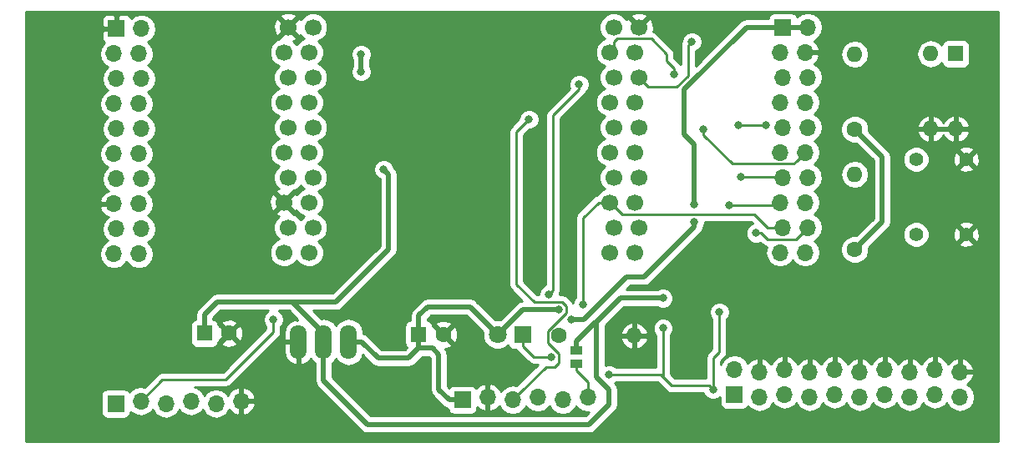
<source format=gbl>
G04 #@! TF.GenerationSoftware,KiCad,Pcbnew,no-vcs-found-08c4a0b~58~ubuntu16.04.1*
G04 #@! TF.CreationDate,2017-08-29T22:35:06+03:00*
G04 #@! TF.ProjectId,ESP-32-programmer,4553502D33322D70726F6772616D6D65,1*
G04 #@! TF.SameCoordinates,Original
G04 #@! TF.FileFunction,Copper,L2,Bot,Signal*
G04 #@! TF.FilePolarity,Positive*
%FSLAX46Y46*%
G04 Gerber Fmt 4.6, Leading zero omitted, Abs format (unit mm)*
G04 Created by KiCad (PCBNEW no-vcs-found-08c4a0b~58~ubuntu16.04.1) date Tue Aug 29 22:35:06 2017*
%MOMM*%
%LPD*%
G01*
G04 APERTURE LIST*
%ADD10R,1.270000X0.970000*%
%ADD11C,1.700000*%
%ADD12O,1.700000X1.700000*%
%ADD13R,1.700000X1.700000*%
%ADD14R,1.600000X1.600000*%
%ADD15C,1.600000*%
%ADD16O,1.699260X3.500120*%
%ADD17R,1.800000X1.800000*%
%ADD18C,1.800000*%
%ADD19O,1.600000X1.600000*%
%ADD20C,1.397000*%
%ADD21C,0.800000*%
%ADD22C,0.508000*%
%ADD23C,0.250000*%
%ADD24C,0.254000*%
G04 APERTURE END LIST*
D10*
X146558000Y-81412000D03*
X146558000Y-80132000D03*
D11*
X149923800Y-70160000D03*
X152463800Y-70160000D03*
X150330200Y-67620000D03*
X152870200Y-67620000D03*
X149923800Y-65080000D03*
X152463800Y-65080000D03*
X150330200Y-62540000D03*
X152870200Y-62540000D03*
X149923800Y-60000000D03*
X152463800Y-60000000D03*
X150330200Y-57460000D03*
X152870200Y-57460000D03*
X149923800Y-54920000D03*
X152463800Y-54920000D03*
X150330200Y-52380000D03*
X152870200Y-52380000D03*
X149923800Y-49840000D03*
X152463800Y-49840000D03*
X150330200Y-47300000D03*
X152870200Y-47300000D03*
X119443800Y-70160000D03*
X116903800Y-70160000D03*
X119850200Y-67620000D03*
X117310200Y-67620000D03*
X119443800Y-65080000D03*
X116903800Y-65080000D03*
X119850200Y-62540000D03*
X117310200Y-62540000D03*
X119443800Y-60000000D03*
X116903800Y-60000000D03*
X119850200Y-57460000D03*
X117310200Y-57460000D03*
X119443800Y-54920000D03*
X116903800Y-54920000D03*
X119850200Y-52380000D03*
X117310200Y-52380000D03*
X119443800Y-49840000D03*
X116903800Y-49840000D03*
X119850200Y-47300000D03*
X117310200Y-47300000D03*
D12*
X112540000Y-85254000D03*
X110000000Y-85508000D03*
X107460000Y-85254000D03*
X104920000Y-85508000D03*
X102380000Y-85254000D03*
D13*
X99840000Y-85508000D03*
D14*
X130556000Y-78486000D03*
D15*
X133056000Y-78486000D03*
D16*
X120904000Y-79248000D03*
X118364000Y-79248000D03*
X123444000Y-79248000D03*
D17*
X141097000Y-78486000D03*
D18*
X138557000Y-78486000D03*
D14*
X185000000Y-50000000D03*
D19*
X182460000Y-57620000D03*
X182460000Y-50000000D03*
X185000000Y-57620000D03*
D20*
X180975000Y-60706000D03*
X186055000Y-60706000D03*
X180975000Y-68326000D03*
X186055000Y-68326000D03*
D14*
X108839000Y-78359000D03*
D15*
X111339000Y-78359000D03*
D19*
X152400000Y-78613000D03*
D15*
X144780000Y-78613000D03*
D19*
X174752000Y-50038000D03*
D15*
X174752000Y-57658000D03*
X174752000Y-69850000D03*
D19*
X174752000Y-62230000D03*
D12*
X185420000Y-82296000D03*
X185420000Y-84836000D03*
X182880000Y-82042000D03*
X182880000Y-84582000D03*
X180340000Y-82296000D03*
X180340000Y-84836000D03*
X177800000Y-82042000D03*
X177800000Y-84582000D03*
X175260000Y-82296000D03*
X175260000Y-84836000D03*
X172720000Y-82042000D03*
X172720000Y-84582000D03*
X170180000Y-82296000D03*
X170180000Y-84836000D03*
X167640000Y-82042000D03*
X167640000Y-84582000D03*
X165100000Y-82296000D03*
X165100000Y-84836000D03*
X162560000Y-82042000D03*
D13*
X162560000Y-84582000D03*
X167460000Y-47300000D03*
D12*
X170000000Y-47300000D03*
X167206000Y-49840000D03*
X169746000Y-49840000D03*
X167460000Y-52380000D03*
X170000000Y-52380000D03*
X167206000Y-54920000D03*
X169746000Y-54920000D03*
X167460000Y-57460000D03*
X170000000Y-57460000D03*
X167206000Y-60000000D03*
X169746000Y-60000000D03*
X167460000Y-62540000D03*
X170000000Y-62540000D03*
X167206000Y-65080000D03*
X169746000Y-65080000D03*
X167460000Y-67620000D03*
X170000000Y-67620000D03*
X167206000Y-70160000D03*
X169746000Y-70160000D03*
X102206000Y-70320000D03*
X99666000Y-70320000D03*
X102460000Y-67780000D03*
X99920000Y-67780000D03*
X102206000Y-65240000D03*
X99666000Y-65240000D03*
X102460000Y-62700000D03*
X99920000Y-62700000D03*
X102206000Y-60160000D03*
X99666000Y-60160000D03*
X102460000Y-57620000D03*
X99920000Y-57620000D03*
X102206000Y-55080000D03*
X99666000Y-55080000D03*
X102460000Y-52540000D03*
X99920000Y-52540000D03*
X102206000Y-50000000D03*
X99666000Y-50000000D03*
X102460000Y-47460000D03*
D13*
X99920000Y-47460000D03*
X135000000Y-85127000D03*
D12*
X137540000Y-84873000D03*
X140080000Y-85127000D03*
X142620000Y-84873000D03*
X145160000Y-85127000D03*
X147700000Y-84873000D03*
D21*
X154940000Y-88646000D03*
X148590000Y-88900000D03*
X150876000Y-86360000D03*
X127762000Y-78994000D03*
X124968000Y-75946000D03*
X127000000Y-76962000D03*
X129286000Y-86106000D03*
X128016000Y-83058000D03*
X124460000Y-83312000D03*
X127000000Y-85344000D03*
X120650000Y-86360000D03*
X114808000Y-84328000D03*
X115824000Y-82042000D03*
X117602000Y-85344000D03*
X102870000Y-88138000D03*
X95758000Y-84328000D03*
X95250000Y-88138000D03*
X92202000Y-86360000D03*
X92710000Y-82550000D03*
X96012000Y-80518000D03*
X92456000Y-77216000D03*
X96774000Y-48006000D03*
X97790000Y-46482000D03*
X94742000Y-47498000D03*
X91440000Y-46990000D03*
X92964000Y-49022000D03*
X93726000Y-52324000D03*
X91440000Y-52070000D03*
X92202000Y-56388000D03*
X94488000Y-58674000D03*
X91948000Y-62230000D03*
X94488000Y-67310000D03*
X91694000Y-68834000D03*
X93218000Y-73406000D03*
X98552000Y-73660000D03*
X103124000Y-73914000D03*
X99314000Y-75692000D03*
X101854000Y-77216000D03*
X105664000Y-80772000D03*
X104902000Y-78740000D03*
X106172000Y-76454000D03*
X106934000Y-72898000D03*
X116332000Y-73660000D03*
X120904000Y-72898000D03*
X126238000Y-72898000D03*
X122174000Y-69342000D03*
X123698000Y-71628000D03*
X175260000Y-79248000D03*
X185674000Y-78486000D03*
X178054000Y-70358000D03*
X185928000Y-73660000D03*
X179324000Y-74676000D03*
X158496000Y-65278000D03*
X158496000Y-67056000D03*
X146050000Y-76962000D03*
X144780000Y-75946000D03*
X141732000Y-56642000D03*
X158242000Y-48768000D03*
X156464000Y-52070000D03*
X146812000Y-53086000D03*
X115824000Y-76962000D03*
X143764000Y-74422000D03*
X127000000Y-61722000D03*
X124714000Y-51816000D03*
X124714000Y-50038000D03*
X155321000Y-74803000D03*
X149860000Y-82550000D03*
X161036000Y-76200000D03*
X155321000Y-77851000D03*
X160401000Y-84074000D03*
X165735000Y-57277000D03*
X162941000Y-57277000D03*
X159385000Y-57658000D03*
X163195000Y-62484000D03*
X162052000Y-65405000D03*
X147193000Y-75438000D03*
X164719000Y-68199000D03*
X144018000Y-80772000D03*
D22*
X135000000Y-85127000D02*
X133642000Y-85127000D01*
X133642000Y-85127000D02*
X132588000Y-84073000D01*
X132588000Y-84073000D02*
X132588000Y-80518000D01*
X132588000Y-80518000D02*
X131953000Y-79883000D01*
X131953000Y-79883000D02*
X131114000Y-79883000D01*
X167460000Y-47300000D02*
X170000000Y-47300000D01*
X158496000Y-65278000D02*
X158496000Y-59182000D01*
X158496000Y-59182000D02*
X157480000Y-58166000D01*
X157480000Y-58166000D02*
X157480000Y-53594000D01*
X157480000Y-53594000D02*
X163774000Y-47300000D01*
X163774000Y-47300000D02*
X167460000Y-47300000D01*
X153416000Y-72644000D02*
X158496000Y-67564000D01*
X158496000Y-67564000D02*
X158496000Y-67056000D01*
X151638000Y-72644000D02*
X153416000Y-72644000D01*
X147320000Y-76962000D02*
X151638000Y-72644000D01*
X146050000Y-76962000D02*
X147320000Y-76962000D01*
X138557000Y-78486000D02*
X141097000Y-75946000D01*
X141097000Y-75946000D02*
X144780000Y-75946000D01*
X131114000Y-79883000D02*
X130556000Y-79883000D01*
X131445000Y-75692000D02*
X130556000Y-76581000D01*
X130556000Y-76581000D02*
X130556000Y-78486000D01*
X135763000Y-75692000D02*
X131445000Y-75692000D01*
X138557000Y-78486000D02*
X135763000Y-75692000D01*
X129540000Y-80899000D02*
X130556000Y-79883000D01*
X130556000Y-79883000D02*
X130556000Y-78486000D01*
X126452630Y-80899000D02*
X129540000Y-80899000D01*
X123444000Y-79248000D02*
X124801630Y-79248000D01*
X124801630Y-79248000D02*
X126452630Y-80899000D01*
D23*
X144366002Y-81751002D02*
X143455998Y-81751002D01*
X143455998Y-81751002D02*
X140929999Y-84277001D01*
X140929999Y-84277001D02*
X140080000Y-85127000D01*
X143654999Y-79335995D02*
X144743002Y-80423998D01*
X144743002Y-80423998D02*
X144743002Y-81374002D01*
X143654999Y-78144005D02*
X143654999Y-79335995D01*
X144743002Y-81374002D02*
X144366002Y-81751002D01*
X145128002Y-75220998D02*
X145505002Y-75597998D01*
X145505002Y-76294002D02*
X143654999Y-78144005D01*
X142276998Y-75220998D02*
X145128002Y-75220998D01*
X145505002Y-75597998D02*
X145505002Y-76294002D01*
X140462000Y-58300370D02*
X140462000Y-73406000D01*
X140462000Y-73406000D02*
X142276998Y-75220998D01*
X140462000Y-57912000D02*
X141732000Y-56642000D01*
X140462000Y-58300370D02*
X140462000Y-57912000D01*
X158242000Y-48768000D02*
X157842001Y-49167999D01*
X157842001Y-49167999D02*
X157842001Y-52215999D01*
X157842001Y-52215999D02*
X156718000Y-53340000D01*
X156718000Y-53340000D02*
X153830200Y-53340000D01*
X153830200Y-53340000D02*
X152870200Y-52380000D01*
X156464000Y-52070000D02*
X156464000Y-51504315D01*
X154139001Y-48475001D02*
X150660999Y-48475001D01*
X150368000Y-49395800D02*
X149923800Y-49840000D01*
X156464000Y-51504315D02*
X155702000Y-50742315D01*
X155702000Y-50742315D02*
X155702000Y-50038000D01*
X150368000Y-48768000D02*
X150368000Y-49395800D01*
X155702000Y-50038000D02*
X154139001Y-48475001D01*
X150660999Y-48475001D02*
X150368000Y-48768000D01*
X146812000Y-53594000D02*
X146812000Y-53086000D01*
X110998000Y-83058000D02*
X115824000Y-78232000D01*
X115824000Y-78232000D02*
X115824000Y-76962000D01*
X102380000Y-85254000D02*
X104576000Y-83058000D01*
X104576000Y-83058000D02*
X110998000Y-83058000D01*
X144163999Y-56242001D02*
X146812000Y-53594000D01*
X143764000Y-74422000D02*
X144163999Y-74022001D01*
X144163999Y-74022001D02*
X144163999Y-56242001D01*
D22*
X146558000Y-80132000D02*
X146558000Y-79139000D01*
X146558000Y-79139000D02*
X148481000Y-77216000D01*
X148481000Y-77216000D02*
X148590000Y-77216000D01*
X120904000Y-79248000D02*
X120904000Y-83185000D01*
X148590000Y-77216000D02*
X151003000Y-74803000D01*
X120904000Y-83185000D02*
X125349000Y-87630000D01*
X125349000Y-87630000D02*
X147828000Y-87630000D01*
X147828000Y-87630000D02*
X149860000Y-85598000D01*
X149860000Y-85598000D02*
X149860000Y-84074000D01*
X149860000Y-84074000D02*
X148590000Y-82804000D01*
X148590000Y-82804000D02*
X148590000Y-77216000D01*
X151003000Y-74803000D02*
X155321000Y-74803000D01*
X177546000Y-60452000D02*
X177546000Y-67056000D01*
X177546000Y-67056000D02*
X174752000Y-69850000D01*
X174752000Y-57658000D02*
X177546000Y-60452000D01*
X127508000Y-69850000D02*
X122174000Y-75184000D01*
X122174000Y-75184000D02*
X117740430Y-75184000D01*
X127508000Y-62230000D02*
X127508000Y-69850000D01*
X127000000Y-61722000D02*
X127508000Y-62230000D01*
X124714000Y-50038000D02*
X124714000Y-51816000D01*
X110109000Y-75184000D02*
X108839000Y-76454000D01*
X108839000Y-76454000D02*
X108839000Y-78359000D01*
X117740430Y-75184000D02*
X110109000Y-75184000D01*
X120904000Y-79248000D02*
X120904000Y-78347570D01*
X120904000Y-78347570D02*
X117740430Y-75184000D01*
D23*
X149860000Y-82550000D02*
X155067000Y-82550000D01*
X155067000Y-82550000D02*
X155321000Y-82804000D01*
X161036000Y-80264000D02*
X160401000Y-80899000D01*
X160401000Y-80899000D02*
X160401000Y-84074000D01*
X161036000Y-76200000D02*
X161036000Y-80264000D01*
X155321000Y-82804000D02*
X155321000Y-77851000D01*
X156191001Y-83674001D02*
X155321000Y-82804000D01*
X160001001Y-83674001D02*
X156191001Y-83674001D01*
X160401000Y-84074000D02*
X160001001Y-83674001D01*
X162941000Y-57277000D02*
X165735000Y-57277000D01*
X159385000Y-57658000D02*
X159385000Y-58223685D01*
X159385000Y-58223685D02*
X162336316Y-61175001D01*
X162336316Y-61175001D02*
X168570999Y-61175001D01*
X168570999Y-61175001D02*
X168896001Y-60849999D01*
X168896001Y-60849999D02*
X169746000Y-60000000D01*
X163195000Y-62484000D02*
X167404000Y-62484000D01*
X167404000Y-62484000D02*
X167460000Y-62540000D01*
X162052000Y-65405000D02*
X166881000Y-65405000D01*
X166881000Y-65405000D02*
X167206000Y-65080000D01*
X147193000Y-75438000D02*
X147193000Y-66675000D01*
X147193000Y-66675000D02*
X148788000Y-65080000D01*
X148788000Y-65080000D02*
X150000000Y-65080000D01*
X150000000Y-65080000D02*
X151214000Y-66294000D01*
X151214000Y-66294000D02*
X164592000Y-66294000D01*
X164592000Y-66294000D02*
X165918000Y-67620000D01*
X165918000Y-67620000D02*
X167460000Y-67620000D01*
X165919685Y-68834000D02*
X168786000Y-68834000D01*
X168786000Y-68834000D02*
X170000000Y-67620000D01*
X164719000Y-68199000D02*
X165284685Y-68199000D01*
X165284685Y-68199000D02*
X165919685Y-68834000D01*
X141097000Y-79636000D02*
X142233000Y-80772000D01*
X141097000Y-78486000D02*
X141097000Y-79636000D01*
X142233000Y-80772000D02*
X144018000Y-80772000D01*
X147723000Y-83312000D02*
X147700000Y-83335000D01*
X147700000Y-83335000D02*
X147700000Y-84873000D01*
X146558000Y-81412000D02*
X146558000Y-82147000D01*
X146558000Y-82147000D02*
X147723000Y-83312000D01*
D24*
G36*
X189290000Y-89290000D02*
X90710000Y-89290000D01*
X90710000Y-84658000D01*
X98342560Y-84658000D01*
X98342560Y-86358000D01*
X98391843Y-86605765D01*
X98532191Y-86815809D01*
X98742235Y-86956157D01*
X98990000Y-87005440D01*
X100690000Y-87005440D01*
X100937765Y-86956157D01*
X101147809Y-86815809D01*
X101288157Y-86605765D01*
X101337440Y-86358000D01*
X101337440Y-86338154D01*
X101811715Y-86655054D01*
X102380000Y-86768093D01*
X102948285Y-86655054D01*
X103430054Y-86333147D01*
X103565142Y-86130974D01*
X103869946Y-86587147D01*
X104351715Y-86909054D01*
X104920000Y-87022093D01*
X105488285Y-86909054D01*
X105970054Y-86587147D01*
X106274858Y-86130974D01*
X106409946Y-86333147D01*
X106891715Y-86655054D01*
X107460000Y-86768093D01*
X108028285Y-86655054D01*
X108510054Y-86333147D01*
X108645142Y-86130974D01*
X108949946Y-86587147D01*
X109431715Y-86909054D01*
X110000000Y-87022093D01*
X110568285Y-86909054D01*
X111050054Y-86587147D01*
X111349237Y-86139386D01*
X111773076Y-86525645D01*
X112183110Y-86695476D01*
X112413000Y-86574155D01*
X112413000Y-85381000D01*
X112667000Y-85381000D01*
X112667000Y-86574155D01*
X112896890Y-86695476D01*
X113306924Y-86525645D01*
X113735183Y-86135358D01*
X113981486Y-85610892D01*
X113860819Y-85381000D01*
X112667000Y-85381000D01*
X112413000Y-85381000D01*
X112393000Y-85381000D01*
X112393000Y-85127000D01*
X112413000Y-85127000D01*
X112413000Y-83933845D01*
X112667000Y-83933845D01*
X112667000Y-85127000D01*
X113860819Y-85127000D01*
X113981486Y-84897108D01*
X113735183Y-84372642D01*
X113306924Y-83982355D01*
X112896890Y-83812524D01*
X112667000Y-83933845D01*
X112413000Y-83933845D01*
X112183110Y-83812524D01*
X111773076Y-83982355D01*
X111344817Y-84372642D01*
X111207652Y-84664715D01*
X111050054Y-84428853D01*
X110568285Y-84106946D01*
X110000000Y-83993907D01*
X109431715Y-84106946D01*
X108949946Y-84428853D01*
X108814858Y-84631026D01*
X108510054Y-84174853D01*
X108028285Y-83852946D01*
X107852600Y-83818000D01*
X110998000Y-83818000D01*
X111288839Y-83760148D01*
X111535401Y-83595401D01*
X115755802Y-79375000D01*
X116879370Y-79375000D01*
X116879370Y-80275430D01*
X117040982Y-80833906D01*
X117404011Y-81288024D01*
X117913190Y-81568649D01*
X118007168Y-81589540D01*
X118237000Y-81468214D01*
X118237000Y-79375000D01*
X116879370Y-79375000D01*
X115755802Y-79375000D01*
X116361401Y-78769401D01*
X116526148Y-78522839D01*
X116584000Y-78232000D01*
X116584000Y-77665761D01*
X116700919Y-77549046D01*
X116858820Y-77168777D01*
X116859179Y-76757029D01*
X116701942Y-76376485D01*
X116411046Y-76085081D01*
X116381952Y-76073000D01*
X117372194Y-76073000D01*
X118236998Y-76937804D01*
X118236998Y-77027785D01*
X118007168Y-76906460D01*
X117913190Y-76927351D01*
X117404011Y-77207976D01*
X117040982Y-77662094D01*
X116879370Y-78220570D01*
X116879370Y-79121000D01*
X118237000Y-79121000D01*
X118237000Y-79101000D01*
X118491000Y-79101000D01*
X118491000Y-79121000D01*
X118511000Y-79121000D01*
X118511000Y-79375000D01*
X118491000Y-79375000D01*
X118491000Y-81468214D01*
X118720832Y-81589540D01*
X118814810Y-81568649D01*
X119323989Y-81288024D01*
X119628484Y-80907127D01*
X119854208Y-81244948D01*
X120015000Y-81352386D01*
X120015000Y-83185000D01*
X120082671Y-83525206D01*
X120255031Y-83783161D01*
X120275382Y-83813618D01*
X124720382Y-88258618D01*
X125008794Y-88451329D01*
X125349000Y-88519000D01*
X147828000Y-88519000D01*
X148168206Y-88451329D01*
X148456618Y-88258618D01*
X150488618Y-86226618D01*
X150510977Y-86193155D01*
X150681329Y-85938206D01*
X150749000Y-85598000D01*
X150749000Y-84074000D01*
X150681329Y-83733794D01*
X150488618Y-83445382D01*
X150458358Y-83415122D01*
X150563663Y-83310000D01*
X154752198Y-83310000D01*
X155653600Y-84211402D01*
X155900161Y-84376149D01*
X156191001Y-84434001D01*
X159429878Y-84434001D01*
X159523058Y-84659515D01*
X159813954Y-84950919D01*
X160194223Y-85108820D01*
X160605971Y-85109179D01*
X160986515Y-84951942D01*
X161062560Y-84876030D01*
X161062560Y-85432000D01*
X161111843Y-85679765D01*
X161252191Y-85889809D01*
X161462235Y-86030157D01*
X161710000Y-86079440D01*
X163410000Y-86079440D01*
X163657765Y-86030157D01*
X163867809Y-85889809D01*
X163950413Y-85766185D01*
X164049946Y-85915147D01*
X164531715Y-86237054D01*
X165100000Y-86350093D01*
X165668285Y-86237054D01*
X166150054Y-85915147D01*
X166454858Y-85458974D01*
X166589946Y-85661147D01*
X167071715Y-85983054D01*
X167640000Y-86096093D01*
X168208285Y-85983054D01*
X168690054Y-85661147D01*
X168825142Y-85458974D01*
X169129946Y-85915147D01*
X169611715Y-86237054D01*
X170180000Y-86350093D01*
X170748285Y-86237054D01*
X171230054Y-85915147D01*
X171534858Y-85458974D01*
X171669946Y-85661147D01*
X172151715Y-85983054D01*
X172720000Y-86096093D01*
X173288285Y-85983054D01*
X173770054Y-85661147D01*
X173905142Y-85458974D01*
X174209946Y-85915147D01*
X174691715Y-86237054D01*
X175260000Y-86350093D01*
X175828285Y-86237054D01*
X176310054Y-85915147D01*
X176614858Y-85458974D01*
X176749946Y-85661147D01*
X177231715Y-85983054D01*
X177800000Y-86096093D01*
X178368285Y-85983054D01*
X178850054Y-85661147D01*
X178985142Y-85458974D01*
X179289946Y-85915147D01*
X179771715Y-86237054D01*
X180340000Y-86350093D01*
X180908285Y-86237054D01*
X181390054Y-85915147D01*
X181694858Y-85458974D01*
X181829946Y-85661147D01*
X182311715Y-85983054D01*
X182880000Y-86096093D01*
X183448285Y-85983054D01*
X183930054Y-85661147D01*
X184065142Y-85458974D01*
X184369946Y-85915147D01*
X184851715Y-86237054D01*
X185420000Y-86350093D01*
X185988285Y-86237054D01*
X186470054Y-85915147D01*
X186791961Y-85433378D01*
X186905000Y-84865093D01*
X186905000Y-84806907D01*
X186791961Y-84238622D01*
X186470054Y-83756853D01*
X186186899Y-83567655D01*
X186186924Y-83567645D01*
X186615183Y-83177358D01*
X186861486Y-82652892D01*
X186740819Y-82423000D01*
X185547000Y-82423000D01*
X185547000Y-82443000D01*
X185293000Y-82443000D01*
X185293000Y-82423000D01*
X185273000Y-82423000D01*
X185273000Y-82169000D01*
X185293000Y-82169000D01*
X185293000Y-80975845D01*
X185547000Y-80975845D01*
X185547000Y-82169000D01*
X186740819Y-82169000D01*
X186861486Y-81939108D01*
X186615183Y-81414642D01*
X186186924Y-81024355D01*
X185776890Y-80854524D01*
X185547000Y-80975845D01*
X185293000Y-80975845D01*
X185063110Y-80854524D01*
X184653076Y-81024355D01*
X184224817Y-81414642D01*
X184209643Y-81446954D01*
X184075183Y-81160642D01*
X183646924Y-80770355D01*
X183236890Y-80600524D01*
X183007000Y-80721845D01*
X183007000Y-81915000D01*
X183027000Y-81915000D01*
X183027000Y-82169000D01*
X183007000Y-82169000D01*
X183007000Y-82189000D01*
X182753000Y-82189000D01*
X182753000Y-82169000D01*
X182733000Y-82169000D01*
X182733000Y-81915000D01*
X182753000Y-81915000D01*
X182753000Y-80721845D01*
X182523110Y-80600524D01*
X182113076Y-80770355D01*
X181684817Y-81160642D01*
X181550357Y-81446954D01*
X181535183Y-81414642D01*
X181106924Y-81024355D01*
X180696890Y-80854524D01*
X180467000Y-80975845D01*
X180467000Y-82169000D01*
X180487000Y-82169000D01*
X180487000Y-82423000D01*
X180467000Y-82423000D01*
X180467000Y-82443000D01*
X180213000Y-82443000D01*
X180213000Y-82423000D01*
X180193000Y-82423000D01*
X180193000Y-82169000D01*
X180213000Y-82169000D01*
X180213000Y-80975845D01*
X179983110Y-80854524D01*
X179573076Y-81024355D01*
X179144817Y-81414642D01*
X179129643Y-81446954D01*
X178995183Y-81160642D01*
X178566924Y-80770355D01*
X178156890Y-80600524D01*
X177927000Y-80721845D01*
X177927000Y-81915000D01*
X177947000Y-81915000D01*
X177947000Y-82169000D01*
X177927000Y-82169000D01*
X177927000Y-82189000D01*
X177673000Y-82189000D01*
X177673000Y-82169000D01*
X177653000Y-82169000D01*
X177653000Y-81915000D01*
X177673000Y-81915000D01*
X177673000Y-80721845D01*
X177443110Y-80600524D01*
X177033076Y-80770355D01*
X176604817Y-81160642D01*
X176470357Y-81446954D01*
X176455183Y-81414642D01*
X176026924Y-81024355D01*
X175616890Y-80854524D01*
X175387000Y-80975845D01*
X175387000Y-82169000D01*
X175407000Y-82169000D01*
X175407000Y-82423000D01*
X175387000Y-82423000D01*
X175387000Y-82443000D01*
X175133000Y-82443000D01*
X175133000Y-82423000D01*
X175113000Y-82423000D01*
X175113000Y-82169000D01*
X175133000Y-82169000D01*
X175133000Y-80975845D01*
X174903110Y-80854524D01*
X174493076Y-81024355D01*
X174064817Y-81414642D01*
X174049643Y-81446954D01*
X173915183Y-81160642D01*
X173486924Y-80770355D01*
X173076890Y-80600524D01*
X172847000Y-80721845D01*
X172847000Y-81915000D01*
X172867000Y-81915000D01*
X172867000Y-82169000D01*
X172847000Y-82169000D01*
X172847000Y-82189000D01*
X172593000Y-82189000D01*
X172593000Y-82169000D01*
X172573000Y-82169000D01*
X172573000Y-81915000D01*
X172593000Y-81915000D01*
X172593000Y-80721845D01*
X172363110Y-80600524D01*
X171953076Y-80770355D01*
X171524817Y-81160642D01*
X171390357Y-81446954D01*
X171375183Y-81414642D01*
X170946924Y-81024355D01*
X170536890Y-80854524D01*
X170307000Y-80975845D01*
X170307000Y-82169000D01*
X170327000Y-82169000D01*
X170327000Y-82423000D01*
X170307000Y-82423000D01*
X170307000Y-82443000D01*
X170053000Y-82443000D01*
X170053000Y-82423000D01*
X170033000Y-82423000D01*
X170033000Y-82169000D01*
X170053000Y-82169000D01*
X170053000Y-80975845D01*
X169823110Y-80854524D01*
X169413076Y-81024355D01*
X168984817Y-81414642D01*
X168969643Y-81446954D01*
X168835183Y-81160642D01*
X168406924Y-80770355D01*
X167996890Y-80600524D01*
X167767000Y-80721845D01*
X167767000Y-81915000D01*
X167787000Y-81915000D01*
X167787000Y-82169000D01*
X167767000Y-82169000D01*
X167767000Y-82189000D01*
X167513000Y-82189000D01*
X167513000Y-82169000D01*
X167493000Y-82169000D01*
X167493000Y-81915000D01*
X167513000Y-81915000D01*
X167513000Y-80721845D01*
X167283110Y-80600524D01*
X166873076Y-80770355D01*
X166444817Y-81160642D01*
X166310357Y-81446954D01*
X166295183Y-81414642D01*
X165866924Y-81024355D01*
X165456890Y-80854524D01*
X165227000Y-80975845D01*
X165227000Y-82169000D01*
X165247000Y-82169000D01*
X165247000Y-82423000D01*
X165227000Y-82423000D01*
X165227000Y-82443000D01*
X164973000Y-82443000D01*
X164973000Y-82423000D01*
X164953000Y-82423000D01*
X164953000Y-82169000D01*
X164973000Y-82169000D01*
X164973000Y-80975845D01*
X164743110Y-80854524D01*
X164333076Y-81024355D01*
X163909237Y-81410614D01*
X163610054Y-80962853D01*
X163128285Y-80640946D01*
X162560000Y-80527907D01*
X161991715Y-80640946D01*
X161509946Y-80962853D01*
X161188039Y-81444622D01*
X161161000Y-81580556D01*
X161161000Y-81213802D01*
X161573401Y-80801401D01*
X161738148Y-80554839D01*
X161796000Y-80264000D01*
X161796000Y-76903761D01*
X161912919Y-76787046D01*
X162070820Y-76406777D01*
X162071179Y-75995029D01*
X161913942Y-75614485D01*
X161623046Y-75323081D01*
X161242777Y-75165180D01*
X160831029Y-75164821D01*
X160450485Y-75322058D01*
X160159081Y-75612954D01*
X160001180Y-75993223D01*
X160000821Y-76404971D01*
X160158058Y-76785515D01*
X160276000Y-76903663D01*
X160276000Y-79949198D01*
X159863599Y-80361599D01*
X159698852Y-80608161D01*
X159641000Y-80899000D01*
X159641000Y-82914001D01*
X156505803Y-82914001D01*
X156081000Y-82489198D01*
X156081000Y-78554761D01*
X156197919Y-78438046D01*
X156355820Y-78057777D01*
X156356179Y-77646029D01*
X156198942Y-77265485D01*
X155908046Y-76974081D01*
X155527777Y-76816180D01*
X155116029Y-76815821D01*
X154735485Y-76973058D01*
X154444081Y-77263954D01*
X154286180Y-77644223D01*
X154285821Y-78055971D01*
X154443058Y-78436515D01*
X154561000Y-78554663D01*
X154561000Y-81790000D01*
X150563761Y-81790000D01*
X150447046Y-81673081D01*
X150066777Y-81515180D01*
X149655029Y-81514821D01*
X149479000Y-81587554D01*
X149479000Y-78962039D01*
X151008096Y-78962039D01*
X151168959Y-79350423D01*
X151544866Y-79765389D01*
X152050959Y-80004914D01*
X152273000Y-79883629D01*
X152273000Y-78740000D01*
X152527000Y-78740000D01*
X152527000Y-79883629D01*
X152749041Y-80004914D01*
X153255134Y-79765389D01*
X153631041Y-79350423D01*
X153791904Y-78962039D01*
X153669915Y-78740000D01*
X152527000Y-78740000D01*
X152273000Y-78740000D01*
X151130085Y-78740000D01*
X151008096Y-78962039D01*
X149479000Y-78962039D01*
X149479000Y-78263961D01*
X151008096Y-78263961D01*
X151130085Y-78486000D01*
X152273000Y-78486000D01*
X152273000Y-77342371D01*
X152527000Y-77342371D01*
X152527000Y-78486000D01*
X153669915Y-78486000D01*
X153791904Y-78263961D01*
X153631041Y-77875577D01*
X153255134Y-77460611D01*
X152749041Y-77221086D01*
X152527000Y-77342371D01*
X152273000Y-77342371D01*
X152050959Y-77221086D01*
X151544866Y-77460611D01*
X151168959Y-77875577D01*
X151008096Y-78263961D01*
X149479000Y-78263961D01*
X149479000Y-77584236D01*
X151371236Y-75692000D01*
X154763048Y-75692000D01*
X155114223Y-75837820D01*
X155525971Y-75838179D01*
X155906515Y-75680942D01*
X156197919Y-75390046D01*
X156355820Y-75009777D01*
X156356179Y-74598029D01*
X156198942Y-74217485D01*
X155908046Y-73926081D01*
X155527777Y-73768180D01*
X155116029Y-73767821D01*
X154762248Y-73914000D01*
X151625236Y-73914000D01*
X152006236Y-73533000D01*
X153416000Y-73533000D01*
X153756206Y-73465329D01*
X154044618Y-73272618D01*
X159124618Y-68192618D01*
X159164133Y-68133480D01*
X159317329Y-67904206D01*
X159368374Y-67647583D01*
X159372919Y-67643046D01*
X159530820Y-67262777D01*
X159531002Y-67054000D01*
X164277198Y-67054000D01*
X164424154Y-67200956D01*
X164133485Y-67321058D01*
X163842081Y-67611954D01*
X163684180Y-67992223D01*
X163683821Y-68403971D01*
X163841058Y-68784515D01*
X164131954Y-69075919D01*
X164512223Y-69233820D01*
X164923971Y-69234179D01*
X165151181Y-69140298D01*
X165382284Y-69371401D01*
X165628846Y-69536148D01*
X165817059Y-69573586D01*
X165804946Y-69591715D01*
X165691907Y-70160000D01*
X165804946Y-70728285D01*
X166126853Y-71210054D01*
X166608622Y-71531961D01*
X167176907Y-71645000D01*
X167235093Y-71645000D01*
X167803378Y-71531961D01*
X168285147Y-71210054D01*
X168476000Y-70924422D01*
X168666853Y-71210054D01*
X169148622Y-71531961D01*
X169716907Y-71645000D01*
X169775093Y-71645000D01*
X170343378Y-71531961D01*
X170825147Y-71210054D01*
X171147054Y-70728285D01*
X171260093Y-70160000D01*
X171147054Y-69591715D01*
X170825147Y-69109946D01*
X170622974Y-68974858D01*
X171079147Y-68670054D01*
X171401054Y-68188285D01*
X171514093Y-67620000D01*
X171401054Y-67051715D01*
X171079147Y-66569946D01*
X170622974Y-66265142D01*
X170825147Y-66130054D01*
X171147054Y-65648285D01*
X171260093Y-65080000D01*
X171147054Y-64511715D01*
X170825147Y-64029946D01*
X170622974Y-63894858D01*
X171079147Y-63590054D01*
X171401054Y-63108285D01*
X171514093Y-62540000D01*
X171446839Y-62201887D01*
X173317000Y-62201887D01*
X173317000Y-62258113D01*
X173426233Y-62807264D01*
X173737302Y-63272811D01*
X174202849Y-63583880D01*
X174752000Y-63693113D01*
X175301151Y-63583880D01*
X175766698Y-63272811D01*
X176077767Y-62807264D01*
X176187000Y-62258113D01*
X176187000Y-62201887D01*
X176077767Y-61652736D01*
X175766698Y-61187189D01*
X175301151Y-60876120D01*
X174752000Y-60766887D01*
X174202849Y-60876120D01*
X173737302Y-61187189D01*
X173426233Y-61652736D01*
X173317000Y-62201887D01*
X171446839Y-62201887D01*
X171401054Y-61971715D01*
X171079147Y-61489946D01*
X170622974Y-61185142D01*
X170825147Y-61050054D01*
X171147054Y-60568285D01*
X171260093Y-60000000D01*
X171147054Y-59431715D01*
X170825147Y-58949946D01*
X170622974Y-58814858D01*
X171079147Y-58510054D01*
X171401054Y-58028285D01*
X171418179Y-57942187D01*
X173316752Y-57942187D01*
X173534757Y-58469800D01*
X173938077Y-58873824D01*
X174465309Y-59092750D01*
X174929919Y-59093155D01*
X176657000Y-60820236D01*
X176657000Y-66687764D01*
X174929609Y-68415155D01*
X174467813Y-68414752D01*
X173940200Y-68632757D01*
X173536176Y-69036077D01*
X173317250Y-69563309D01*
X173316752Y-70134187D01*
X173534757Y-70661800D01*
X173938077Y-71065824D01*
X174465309Y-71284750D01*
X175036187Y-71285248D01*
X175563800Y-71067243D01*
X175967824Y-70663923D01*
X176186750Y-70136691D01*
X176187155Y-69672081D01*
X177269150Y-68590086D01*
X179641269Y-68590086D01*
X179843854Y-69080380D01*
X180218647Y-69455827D01*
X180708587Y-69659268D01*
X181239086Y-69659731D01*
X181729380Y-69457146D01*
X181926681Y-69260188D01*
X185300417Y-69260188D01*
X185362071Y-69495800D01*
X185862480Y-69671927D01*
X186392199Y-69643148D01*
X186747929Y-69495800D01*
X186809583Y-69260188D01*
X186055000Y-68505605D01*
X185300417Y-69260188D01*
X181926681Y-69260188D01*
X182104827Y-69082353D01*
X182308268Y-68592413D01*
X182308668Y-68133480D01*
X184709073Y-68133480D01*
X184737852Y-68663199D01*
X184885200Y-69018929D01*
X185120812Y-69080583D01*
X185875395Y-68326000D01*
X186234605Y-68326000D01*
X186989188Y-69080583D01*
X187224800Y-69018929D01*
X187400927Y-68518520D01*
X187372148Y-67988801D01*
X187224800Y-67633071D01*
X186989188Y-67571417D01*
X186234605Y-68326000D01*
X185875395Y-68326000D01*
X185120812Y-67571417D01*
X184885200Y-67633071D01*
X184709073Y-68133480D01*
X182308668Y-68133480D01*
X182308731Y-68061914D01*
X182106146Y-67571620D01*
X181926652Y-67391812D01*
X185300417Y-67391812D01*
X186055000Y-68146395D01*
X186809583Y-67391812D01*
X186747929Y-67156200D01*
X186247520Y-66980073D01*
X185717801Y-67008852D01*
X185362071Y-67156200D01*
X185300417Y-67391812D01*
X181926652Y-67391812D01*
X181731353Y-67196173D01*
X181241413Y-66992732D01*
X180710914Y-66992269D01*
X180220620Y-67194854D01*
X179845173Y-67569647D01*
X179641732Y-68059587D01*
X179641269Y-68590086D01*
X177269150Y-68590086D01*
X178174618Y-67684618D01*
X178189999Y-67661599D01*
X178367329Y-67396206D01*
X178435000Y-67056000D01*
X178435000Y-60970086D01*
X179641269Y-60970086D01*
X179843854Y-61460380D01*
X180218647Y-61835827D01*
X180708587Y-62039268D01*
X181239086Y-62039731D01*
X181729380Y-61837146D01*
X181926681Y-61640188D01*
X185300417Y-61640188D01*
X185362071Y-61875800D01*
X185862480Y-62051927D01*
X186392199Y-62023148D01*
X186747929Y-61875800D01*
X186809583Y-61640188D01*
X186055000Y-60885605D01*
X185300417Y-61640188D01*
X181926681Y-61640188D01*
X182104827Y-61462353D01*
X182308268Y-60972413D01*
X182308668Y-60513480D01*
X184709073Y-60513480D01*
X184737852Y-61043199D01*
X184885200Y-61398929D01*
X185120812Y-61460583D01*
X185875395Y-60706000D01*
X186234605Y-60706000D01*
X186989188Y-61460583D01*
X187224800Y-61398929D01*
X187400927Y-60898520D01*
X187372148Y-60368801D01*
X187224800Y-60013071D01*
X186989188Y-59951417D01*
X186234605Y-60706000D01*
X185875395Y-60706000D01*
X185120812Y-59951417D01*
X184885200Y-60013071D01*
X184709073Y-60513480D01*
X182308668Y-60513480D01*
X182308731Y-60441914D01*
X182106146Y-59951620D01*
X181926652Y-59771812D01*
X185300417Y-59771812D01*
X186055000Y-60526395D01*
X186809583Y-59771812D01*
X186747929Y-59536200D01*
X186247520Y-59360073D01*
X185717801Y-59388852D01*
X185362071Y-59536200D01*
X185300417Y-59771812D01*
X181926652Y-59771812D01*
X181731353Y-59576173D01*
X181241413Y-59372732D01*
X180710914Y-59372269D01*
X180220620Y-59574854D01*
X179845173Y-59949647D01*
X179641732Y-60439587D01*
X179641269Y-60970086D01*
X178435000Y-60970086D01*
X178435000Y-60452000D01*
X178367329Y-60111794D01*
X178174618Y-59823382D01*
X176320277Y-57969041D01*
X181068086Y-57969041D01*
X181307611Y-58475134D01*
X181722577Y-58851041D01*
X182110961Y-59011904D01*
X182333000Y-58889915D01*
X182333000Y-57747000D01*
X182587000Y-57747000D01*
X182587000Y-58889915D01*
X182809039Y-59011904D01*
X183197423Y-58851041D01*
X183612389Y-58475134D01*
X183730000Y-58226633D01*
X183847611Y-58475134D01*
X184262577Y-58851041D01*
X184650961Y-59011904D01*
X184873000Y-58889915D01*
X184873000Y-57747000D01*
X185127000Y-57747000D01*
X185127000Y-58889915D01*
X185349039Y-59011904D01*
X185737423Y-58851041D01*
X186152389Y-58475134D01*
X186391914Y-57969041D01*
X186270629Y-57747000D01*
X185127000Y-57747000D01*
X184873000Y-57747000D01*
X182587000Y-57747000D01*
X182333000Y-57747000D01*
X181189371Y-57747000D01*
X181068086Y-57969041D01*
X176320277Y-57969041D01*
X176186845Y-57835609D01*
X176187248Y-57373813D01*
X176144750Y-57270959D01*
X181068086Y-57270959D01*
X181189371Y-57493000D01*
X182333000Y-57493000D01*
X182333000Y-56350085D01*
X182587000Y-56350085D01*
X182587000Y-57493000D01*
X184873000Y-57493000D01*
X184873000Y-56350085D01*
X185127000Y-56350085D01*
X185127000Y-57493000D01*
X186270629Y-57493000D01*
X186391914Y-57270959D01*
X186152389Y-56764866D01*
X185737423Y-56388959D01*
X185349039Y-56228096D01*
X185127000Y-56350085D01*
X184873000Y-56350085D01*
X184650961Y-56228096D01*
X184262577Y-56388959D01*
X183847611Y-56764866D01*
X183730000Y-57013367D01*
X183612389Y-56764866D01*
X183197423Y-56388959D01*
X182809039Y-56228096D01*
X182587000Y-56350085D01*
X182333000Y-56350085D01*
X182110961Y-56228096D01*
X181722577Y-56388959D01*
X181307611Y-56764866D01*
X181068086Y-57270959D01*
X176144750Y-57270959D01*
X175969243Y-56846200D01*
X175565923Y-56442176D01*
X175038691Y-56223250D01*
X174467813Y-56222752D01*
X173940200Y-56440757D01*
X173536176Y-56844077D01*
X173317250Y-57371309D01*
X173316752Y-57942187D01*
X171418179Y-57942187D01*
X171514093Y-57460000D01*
X171401054Y-56891715D01*
X171079147Y-56409946D01*
X170622974Y-56105142D01*
X170825147Y-55970054D01*
X171147054Y-55488285D01*
X171260093Y-54920000D01*
X171147054Y-54351715D01*
X170825147Y-53869946D01*
X170622974Y-53734858D01*
X171079147Y-53430054D01*
X171401054Y-52948285D01*
X171514093Y-52380000D01*
X171401054Y-51811715D01*
X171079147Y-51329946D01*
X170631386Y-51030763D01*
X171017645Y-50606924D01*
X171187476Y-50196890D01*
X171088788Y-50009887D01*
X173317000Y-50009887D01*
X173317000Y-50066113D01*
X173426233Y-50615264D01*
X173737302Y-51080811D01*
X174202849Y-51391880D01*
X174752000Y-51501113D01*
X175301151Y-51391880D01*
X175766698Y-51080811D01*
X176077767Y-50615264D01*
X176187000Y-50066113D01*
X176187000Y-50009887D01*
X176179442Y-49971887D01*
X181025000Y-49971887D01*
X181025000Y-50028113D01*
X181134233Y-50577264D01*
X181445302Y-51042811D01*
X181910849Y-51353880D01*
X182460000Y-51463113D01*
X183009151Y-51353880D01*
X183474698Y-51042811D01*
X183571917Y-50897313D01*
X183601843Y-51047765D01*
X183742191Y-51257809D01*
X183952235Y-51398157D01*
X184200000Y-51447440D01*
X185800000Y-51447440D01*
X186047765Y-51398157D01*
X186257809Y-51257809D01*
X186398157Y-51047765D01*
X186447440Y-50800000D01*
X186447440Y-49200000D01*
X186398157Y-48952235D01*
X186257809Y-48742191D01*
X186047765Y-48601843D01*
X185800000Y-48552560D01*
X184200000Y-48552560D01*
X183952235Y-48601843D01*
X183742191Y-48742191D01*
X183601843Y-48952235D01*
X183571917Y-49102687D01*
X183474698Y-48957189D01*
X183009151Y-48646120D01*
X182460000Y-48536887D01*
X181910849Y-48646120D01*
X181445302Y-48957189D01*
X181134233Y-49422736D01*
X181025000Y-49971887D01*
X176179442Y-49971887D01*
X176077767Y-49460736D01*
X175766698Y-48995189D01*
X175301151Y-48684120D01*
X174752000Y-48574887D01*
X174202849Y-48684120D01*
X173737302Y-48995189D01*
X173426233Y-49460736D01*
X173317000Y-50009887D01*
X171088788Y-50009887D01*
X171066155Y-49967000D01*
X169873000Y-49967000D01*
X169873000Y-49987000D01*
X169619000Y-49987000D01*
X169619000Y-49967000D01*
X169599000Y-49967000D01*
X169599000Y-49713000D01*
X169619000Y-49713000D01*
X169619000Y-49693000D01*
X169873000Y-49693000D01*
X169873000Y-49713000D01*
X171066155Y-49713000D01*
X171187476Y-49483110D01*
X171017645Y-49073076D01*
X170631386Y-48649237D01*
X171079147Y-48350054D01*
X171401054Y-47868285D01*
X171514093Y-47300000D01*
X171401054Y-46731715D01*
X171079147Y-46249946D01*
X170597378Y-45928039D01*
X170029093Y-45815000D01*
X169970907Y-45815000D01*
X169402622Y-45928039D01*
X168920853Y-46249946D01*
X168918383Y-46253643D01*
X168908157Y-46202235D01*
X168767809Y-45992191D01*
X168557765Y-45851843D01*
X168310000Y-45802560D01*
X166610000Y-45802560D01*
X166362235Y-45851843D01*
X166152191Y-45992191D01*
X166011843Y-46202235D01*
X165970318Y-46411000D01*
X163774000Y-46411000D01*
X163433794Y-46478671D01*
X163145382Y-46671382D01*
X158602001Y-51214763D01*
X158602001Y-49739122D01*
X158827515Y-49645942D01*
X159118919Y-49355046D01*
X159276820Y-48974777D01*
X159277179Y-48563029D01*
X159119942Y-48182485D01*
X158829046Y-47891081D01*
X158448777Y-47733180D01*
X158037029Y-47732821D01*
X157656485Y-47890058D01*
X157365081Y-48180954D01*
X157207180Y-48561223D01*
X157206992Y-48776679D01*
X157139853Y-48877160D01*
X157082001Y-49167999D01*
X157082001Y-51087541D01*
X157001401Y-50966914D01*
X156462000Y-50427513D01*
X156462000Y-50038000D01*
X156454441Y-50000000D01*
X156404148Y-49747160D01*
X156239401Y-49500599D01*
X154676402Y-47937600D01*
X154429840Y-47772853D01*
X154288553Y-47744749D01*
X154366918Y-47528721D01*
X154340515Y-46938542D01*
X154165459Y-46515920D01*
X153914158Y-46435647D01*
X153049805Y-47300000D01*
X153063948Y-47314143D01*
X152884343Y-47493748D01*
X152870200Y-47479605D01*
X152856058Y-47493748D01*
X152676453Y-47314143D01*
X152690595Y-47300000D01*
X151826242Y-46435647D01*
X151608560Y-46505181D01*
X151589856Y-46459914D01*
X151386340Y-46256042D01*
X152005847Y-46256042D01*
X152870200Y-47120395D01*
X153734553Y-46256042D01*
X153654280Y-46004741D01*
X153098921Y-45803282D01*
X152508742Y-45829685D01*
X152086120Y-46004741D01*
X152005847Y-46256042D01*
X151386340Y-46256042D01*
X151172483Y-46041812D01*
X150626881Y-45815258D01*
X150036111Y-45814743D01*
X149490114Y-46040344D01*
X149072012Y-46457717D01*
X148845458Y-47003319D01*
X148844943Y-47594089D01*
X149070544Y-48140086D01*
X149385540Y-48455632D01*
X149083714Y-48580344D01*
X148665612Y-48997717D01*
X148439058Y-49543319D01*
X148438543Y-50134089D01*
X148664144Y-50680086D01*
X149081517Y-51098188D01*
X149385757Y-51224519D01*
X149072012Y-51537717D01*
X148845458Y-52083319D01*
X148844943Y-52674089D01*
X149070544Y-53220086D01*
X149385540Y-53535632D01*
X149083714Y-53660344D01*
X148665612Y-54077717D01*
X148439058Y-54623319D01*
X148438543Y-55214089D01*
X148664144Y-55760086D01*
X149081517Y-56178188D01*
X149385757Y-56304519D01*
X149072012Y-56617717D01*
X148845458Y-57163319D01*
X148844943Y-57754089D01*
X149070544Y-58300086D01*
X149385540Y-58615632D01*
X149083714Y-58740344D01*
X148665612Y-59157717D01*
X148439058Y-59703319D01*
X148438543Y-60294089D01*
X148664144Y-60840086D01*
X149081517Y-61258188D01*
X149385757Y-61384519D01*
X149072012Y-61697717D01*
X148845458Y-62243319D01*
X148844943Y-62834089D01*
X149070544Y-63380086D01*
X149385540Y-63695632D01*
X149083714Y-63820344D01*
X148665612Y-64237717D01*
X148617350Y-64353945D01*
X148497161Y-64377852D01*
X148250599Y-64542599D01*
X146655599Y-66137599D01*
X146490852Y-66384161D01*
X146433000Y-66675000D01*
X146433000Y-74734239D01*
X146316081Y-74850954D01*
X146158180Y-75231223D01*
X146158178Y-75233867D01*
X146042403Y-75060597D01*
X145665403Y-74683597D01*
X145418841Y-74518850D01*
X145128002Y-74460998D01*
X144798966Y-74460998D01*
X144799008Y-74413321D01*
X144866147Y-74312840D01*
X144923999Y-74022001D01*
X144923999Y-56556803D01*
X147349401Y-54131401D01*
X147514148Y-53884839D01*
X147523412Y-53838264D01*
X147688919Y-53673046D01*
X147846820Y-53292777D01*
X147847179Y-52881029D01*
X147689942Y-52500485D01*
X147399046Y-52209081D01*
X147018777Y-52051180D01*
X146607029Y-52050821D01*
X146226485Y-52208058D01*
X145935081Y-52498954D01*
X145777180Y-52879223D01*
X145776821Y-53290971D01*
X145853836Y-53477362D01*
X143626598Y-55704600D01*
X143461851Y-55951162D01*
X143403999Y-56242001D01*
X143403999Y-73450878D01*
X143178485Y-73544058D01*
X142887081Y-73834954D01*
X142729180Y-74215223D01*
X142728966Y-74460998D01*
X142591800Y-74460998D01*
X141222000Y-73091198D01*
X141222000Y-58226802D01*
X141771767Y-57677035D01*
X141936971Y-57677179D01*
X142317515Y-57519942D01*
X142608919Y-57229046D01*
X142766820Y-56848777D01*
X142767179Y-56437029D01*
X142609942Y-56056485D01*
X142319046Y-55765081D01*
X141938777Y-55607180D01*
X141527029Y-55606821D01*
X141146485Y-55764058D01*
X140855081Y-56054954D01*
X140697180Y-56435223D01*
X140697034Y-56602164D01*
X139924599Y-57374599D01*
X139759852Y-57621161D01*
X139702000Y-57912000D01*
X139702000Y-73406000D01*
X139759852Y-73696839D01*
X139924599Y-73943401D01*
X141047954Y-75066756D01*
X140756794Y-75124671D01*
X140468382Y-75317382D01*
X138834522Y-76951242D01*
X138278994Y-76950758D01*
X136391618Y-75063382D01*
X136382067Y-75057000D01*
X136103206Y-74870671D01*
X135763000Y-74803000D01*
X131445000Y-74803000D01*
X131104794Y-74870671D01*
X130825933Y-75057000D01*
X130816382Y-75063382D01*
X129927382Y-75952382D01*
X129734671Y-76240794D01*
X129667000Y-76581000D01*
X129667000Y-77056263D01*
X129508235Y-77087843D01*
X129298191Y-77228191D01*
X129157843Y-77438235D01*
X129108560Y-77686000D01*
X129108560Y-79286000D01*
X129157843Y-79533765D01*
X129298191Y-79743809D01*
X129381973Y-79799791D01*
X129171764Y-80010000D01*
X126820866Y-80010000D01*
X125430248Y-78619382D01*
X125365315Y-78575995D01*
X125141836Y-78426671D01*
X124928630Y-78384262D01*
X124928630Y-78300844D01*
X124815619Y-77732701D01*
X124493792Y-77251052D01*
X124012143Y-76929225D01*
X123444000Y-76816214D01*
X122875857Y-76929225D01*
X122394208Y-77251052D01*
X122174000Y-77580617D01*
X121953792Y-77251052D01*
X121472143Y-76929225D01*
X120904000Y-76816214D01*
X120675360Y-76861694D01*
X119886666Y-76073000D01*
X122174000Y-76073000D01*
X122514206Y-76005329D01*
X122802618Y-75812618D01*
X128136618Y-70478618D01*
X128242603Y-70320000D01*
X128329329Y-70190206D01*
X128397000Y-69850000D01*
X128397000Y-62230000D01*
X128329329Y-61889794D01*
X128136618Y-61601382D01*
X128023148Y-61487912D01*
X127877942Y-61136485D01*
X127587046Y-60845081D01*
X127206777Y-60687180D01*
X126795029Y-60686821D01*
X126414485Y-60844058D01*
X126123081Y-61134954D01*
X125965180Y-61515223D01*
X125964821Y-61926971D01*
X126122058Y-62307515D01*
X126412954Y-62598919D01*
X126619000Y-62684477D01*
X126619000Y-69481764D01*
X121805764Y-74295000D01*
X110109000Y-74295000D01*
X109768794Y-74362671D01*
X109535056Y-74518850D01*
X109480382Y-74555382D01*
X108210382Y-75825382D01*
X108017671Y-76113794D01*
X107950000Y-76454000D01*
X107950000Y-76929263D01*
X107791235Y-76960843D01*
X107581191Y-77101191D01*
X107440843Y-77311235D01*
X107391560Y-77559000D01*
X107391560Y-79159000D01*
X107440843Y-79406765D01*
X107581191Y-79616809D01*
X107791235Y-79757157D01*
X108039000Y-79806440D01*
X109639000Y-79806440D01*
X109886765Y-79757157D01*
X110096809Y-79616809D01*
X110237157Y-79406765D01*
X110245117Y-79366745D01*
X110510861Y-79366745D01*
X110584995Y-79612864D01*
X111122223Y-79805965D01*
X111692454Y-79778778D01*
X112093005Y-79612864D01*
X112167139Y-79366745D01*
X111339000Y-78538605D01*
X110510861Y-79366745D01*
X110245117Y-79366745D01*
X110283693Y-79172813D01*
X110331255Y-79187139D01*
X111159395Y-78359000D01*
X111518605Y-78359000D01*
X112346745Y-79187139D01*
X112592864Y-79113005D01*
X112785965Y-78575777D01*
X112758778Y-78005546D01*
X112592864Y-77604995D01*
X112346745Y-77530861D01*
X111518605Y-78359000D01*
X111159395Y-78359000D01*
X110331255Y-77530861D01*
X110283693Y-77545187D01*
X110245118Y-77351255D01*
X110510861Y-77351255D01*
X111339000Y-78179395D01*
X112167139Y-77351255D01*
X112093005Y-77105136D01*
X111555777Y-76912035D01*
X110985546Y-76939222D01*
X110584995Y-77105136D01*
X110510861Y-77351255D01*
X110245118Y-77351255D01*
X110237157Y-77311235D01*
X110096809Y-77101191D01*
X109886765Y-76960843D01*
X109728000Y-76929263D01*
X109728000Y-76822236D01*
X110477236Y-76073000D01*
X115265248Y-76073000D01*
X115238485Y-76084058D01*
X114947081Y-76374954D01*
X114789180Y-76755223D01*
X114788821Y-77166971D01*
X114946058Y-77547515D01*
X115064000Y-77665663D01*
X115064000Y-77917198D01*
X110683198Y-82298000D01*
X104576000Y-82298000D01*
X104285161Y-82355852D01*
X104038599Y-82520599D01*
X102746408Y-83812790D01*
X102380000Y-83739907D01*
X101811715Y-83852946D01*
X101329946Y-84174853D01*
X101230413Y-84323815D01*
X101147809Y-84200191D01*
X100937765Y-84059843D01*
X100690000Y-84010560D01*
X98990000Y-84010560D01*
X98742235Y-84059843D01*
X98532191Y-84200191D01*
X98391843Y-84410235D01*
X98342560Y-84658000D01*
X90710000Y-84658000D01*
X90710000Y-50000000D01*
X98151907Y-50000000D01*
X98264946Y-50568285D01*
X98586853Y-51050054D01*
X99043026Y-51354858D01*
X98840853Y-51489946D01*
X98518946Y-51971715D01*
X98405907Y-52540000D01*
X98518946Y-53108285D01*
X98840853Y-53590054D01*
X99043026Y-53725142D01*
X98586853Y-54029946D01*
X98264946Y-54511715D01*
X98151907Y-55080000D01*
X98264946Y-55648285D01*
X98586853Y-56130054D01*
X99043026Y-56434858D01*
X98840853Y-56569946D01*
X98518946Y-57051715D01*
X98405907Y-57620000D01*
X98518946Y-58188285D01*
X98840853Y-58670054D01*
X99043026Y-58805142D01*
X98586853Y-59109946D01*
X98264946Y-59591715D01*
X98151907Y-60160000D01*
X98264946Y-60728285D01*
X98586853Y-61210054D01*
X99043026Y-61514858D01*
X98840853Y-61649946D01*
X98518946Y-62131715D01*
X98405907Y-62700000D01*
X98518946Y-63268285D01*
X98840853Y-63750054D01*
X99076715Y-63907652D01*
X98784642Y-64044817D01*
X98394355Y-64473076D01*
X98224524Y-64883110D01*
X98345845Y-65113000D01*
X99539000Y-65113000D01*
X99539000Y-65093000D01*
X99793000Y-65093000D01*
X99793000Y-65113000D01*
X99813000Y-65113000D01*
X99813000Y-65367000D01*
X99793000Y-65367000D01*
X99793000Y-65387000D01*
X99539000Y-65387000D01*
X99539000Y-65367000D01*
X98345845Y-65367000D01*
X98224524Y-65596890D01*
X98394355Y-66006924D01*
X98784642Y-66435183D01*
X99076715Y-66572348D01*
X98840853Y-66729946D01*
X98518946Y-67211715D01*
X98405907Y-67780000D01*
X98518946Y-68348285D01*
X98840853Y-68830054D01*
X99043026Y-68965142D01*
X98586853Y-69269946D01*
X98264946Y-69751715D01*
X98151907Y-70320000D01*
X98264946Y-70888285D01*
X98586853Y-71370054D01*
X99068622Y-71691961D01*
X99636907Y-71805000D01*
X99695093Y-71805000D01*
X100263378Y-71691961D01*
X100745147Y-71370054D01*
X100936000Y-71084422D01*
X101126853Y-71370054D01*
X101608622Y-71691961D01*
X102176907Y-71805000D01*
X102235093Y-71805000D01*
X102803378Y-71691961D01*
X103285147Y-71370054D01*
X103607054Y-70888285D01*
X103720093Y-70320000D01*
X103607054Y-69751715D01*
X103285147Y-69269946D01*
X103082974Y-69134858D01*
X103539147Y-68830054D01*
X103861054Y-68348285D01*
X103974093Y-67780000D01*
X103861054Y-67211715D01*
X103539147Y-66729946D01*
X103082974Y-66425142D01*
X103285147Y-66290054D01*
X103607054Y-65808285D01*
X103720093Y-65240000D01*
X103642772Y-64851279D01*
X115407082Y-64851279D01*
X115433485Y-65441458D01*
X115608541Y-65864080D01*
X115859842Y-65944353D01*
X116724195Y-65080000D01*
X115859842Y-64215647D01*
X115608541Y-64295920D01*
X115407082Y-64851279D01*
X103642772Y-64851279D01*
X103607054Y-64671715D01*
X103285147Y-64189946D01*
X103082974Y-64054858D01*
X103539147Y-63750054D01*
X103861054Y-63268285D01*
X103974093Y-62700000D01*
X103861054Y-62131715D01*
X103539147Y-61649946D01*
X103082974Y-61345142D01*
X103285147Y-61210054D01*
X103607054Y-60728285D01*
X103720093Y-60160000D01*
X103607054Y-59591715D01*
X103285147Y-59109946D01*
X103082974Y-58974858D01*
X103539147Y-58670054D01*
X103861054Y-58188285D01*
X103974093Y-57620000D01*
X103861054Y-57051715D01*
X103539147Y-56569946D01*
X103082974Y-56265142D01*
X103285147Y-56130054D01*
X103607054Y-55648285D01*
X103720093Y-55080000D01*
X103607054Y-54511715D01*
X103285147Y-54029946D01*
X103082974Y-53894858D01*
X103539147Y-53590054D01*
X103861054Y-53108285D01*
X103974093Y-52540000D01*
X103861054Y-51971715D01*
X103539147Y-51489946D01*
X103082974Y-51185142D01*
X103285147Y-51050054D01*
X103607054Y-50568285D01*
X103693421Y-50134089D01*
X115418543Y-50134089D01*
X115644144Y-50680086D01*
X116061517Y-51098188D01*
X116365757Y-51224519D01*
X116052012Y-51537717D01*
X115825458Y-52083319D01*
X115824943Y-52674089D01*
X116050544Y-53220086D01*
X116365540Y-53535632D01*
X116063714Y-53660344D01*
X115645612Y-54077717D01*
X115419058Y-54623319D01*
X115418543Y-55214089D01*
X115644144Y-55760086D01*
X116061517Y-56178188D01*
X116365757Y-56304519D01*
X116052012Y-56617717D01*
X115825458Y-57163319D01*
X115824943Y-57754089D01*
X116050544Y-58300086D01*
X116365540Y-58615632D01*
X116063714Y-58740344D01*
X115645612Y-59157717D01*
X115419058Y-59703319D01*
X115418543Y-60294089D01*
X115644144Y-60840086D01*
X116061517Y-61258188D01*
X116365757Y-61384519D01*
X116052012Y-61697717D01*
X115825458Y-62243319D01*
X115824943Y-62834089D01*
X116050544Y-63380086D01*
X116356561Y-63686638D01*
X116119720Y-63784741D01*
X116039447Y-64036042D01*
X116903800Y-64900395D01*
X117768153Y-64036042D01*
X117746004Y-63966702D01*
X118150286Y-63799656D01*
X118568388Y-63382283D01*
X118579948Y-63354443D01*
X118590544Y-63380086D01*
X118905540Y-63695632D01*
X118603714Y-63820344D01*
X118185612Y-64237717D01*
X118165849Y-64285312D01*
X117947758Y-64215647D01*
X117083405Y-65080000D01*
X117947758Y-65944353D01*
X118165440Y-65874819D01*
X118184144Y-65920086D01*
X118601517Y-66338188D01*
X118905757Y-66464519D01*
X118592012Y-66777717D01*
X118580452Y-66805557D01*
X118569856Y-66779914D01*
X118152483Y-66361812D01*
X117746080Y-66193059D01*
X117768153Y-66123958D01*
X116903800Y-65259605D01*
X116039447Y-66123958D01*
X116119720Y-66375259D01*
X116365764Y-66464512D01*
X116052012Y-66777717D01*
X115825458Y-67323319D01*
X115824943Y-67914089D01*
X116050544Y-68460086D01*
X116365540Y-68775632D01*
X116063714Y-68900344D01*
X115645612Y-69317717D01*
X115419058Y-69863319D01*
X115418543Y-70454089D01*
X115644144Y-71000086D01*
X116061517Y-71418188D01*
X116607119Y-71644742D01*
X117197889Y-71645257D01*
X117743886Y-71419656D01*
X118161988Y-71002283D01*
X118173548Y-70974443D01*
X118184144Y-71000086D01*
X118601517Y-71418188D01*
X119147119Y-71644742D01*
X119737889Y-71645257D01*
X120283886Y-71419656D01*
X120701988Y-71002283D01*
X120928542Y-70456681D01*
X120929057Y-69865911D01*
X120703456Y-69319914D01*
X120388460Y-69004368D01*
X120690286Y-68879656D01*
X121108388Y-68462283D01*
X121334942Y-67916681D01*
X121335457Y-67325911D01*
X121109856Y-66779914D01*
X120692483Y-66361812D01*
X120388243Y-66235481D01*
X120701988Y-65922283D01*
X120928542Y-65376681D01*
X120929057Y-64785911D01*
X120703456Y-64239914D01*
X120388460Y-63924368D01*
X120690286Y-63799656D01*
X121108388Y-63382283D01*
X121334942Y-62836681D01*
X121335457Y-62245911D01*
X121109856Y-61699914D01*
X120692483Y-61281812D01*
X120388243Y-61155481D01*
X120701988Y-60842283D01*
X120928542Y-60296681D01*
X120929057Y-59705911D01*
X120703456Y-59159914D01*
X120388460Y-58844368D01*
X120690286Y-58719656D01*
X121108388Y-58302283D01*
X121334942Y-57756681D01*
X121335457Y-57165911D01*
X121109856Y-56619914D01*
X120692483Y-56201812D01*
X120388243Y-56075481D01*
X120701988Y-55762283D01*
X120928542Y-55216681D01*
X120929057Y-54625911D01*
X120703456Y-54079914D01*
X120388460Y-53764368D01*
X120690286Y-53639656D01*
X121108388Y-53222283D01*
X121334942Y-52676681D01*
X121335457Y-52085911D01*
X121109856Y-51539914D01*
X120692483Y-51121812D01*
X120388243Y-50995481D01*
X120701988Y-50682283D01*
X120884406Y-50242971D01*
X123678821Y-50242971D01*
X123825000Y-50596752D01*
X123825000Y-51258048D01*
X123679180Y-51609223D01*
X123678821Y-52020971D01*
X123836058Y-52401515D01*
X124126954Y-52692919D01*
X124507223Y-52850820D01*
X124918971Y-52851179D01*
X125299515Y-52693942D01*
X125590919Y-52403046D01*
X125748820Y-52022777D01*
X125749179Y-51611029D01*
X125603000Y-51257248D01*
X125603000Y-50595952D01*
X125748820Y-50244777D01*
X125749179Y-49833029D01*
X125591942Y-49452485D01*
X125301046Y-49161081D01*
X124920777Y-49003180D01*
X124509029Y-49002821D01*
X124128485Y-49160058D01*
X123837081Y-49450954D01*
X123679180Y-49831223D01*
X123678821Y-50242971D01*
X120884406Y-50242971D01*
X120928542Y-50136681D01*
X120929057Y-49545911D01*
X120703456Y-48999914D01*
X120388460Y-48684368D01*
X120690286Y-48559656D01*
X121108388Y-48142283D01*
X121334942Y-47596681D01*
X121335457Y-47005911D01*
X121109856Y-46459914D01*
X120692483Y-46041812D01*
X120146881Y-45815258D01*
X119556111Y-45814743D01*
X119010114Y-46040344D01*
X118592012Y-46457717D01*
X118572249Y-46505312D01*
X118354158Y-46435647D01*
X117489805Y-47300000D01*
X118354158Y-48164353D01*
X118571840Y-48094819D01*
X118590544Y-48140086D01*
X118905540Y-48455632D01*
X118603714Y-48580344D01*
X118185612Y-48997717D01*
X118174052Y-49025557D01*
X118163456Y-48999914D01*
X117857439Y-48693362D01*
X118094280Y-48595259D01*
X118174553Y-48343958D01*
X117310200Y-47479605D01*
X116445847Y-48343958D01*
X116467996Y-48413298D01*
X116063714Y-48580344D01*
X115645612Y-48997717D01*
X115419058Y-49543319D01*
X115418543Y-50134089D01*
X103693421Y-50134089D01*
X103720093Y-50000000D01*
X103607054Y-49431715D01*
X103285147Y-48949946D01*
X103082974Y-48814858D01*
X103539147Y-48510054D01*
X103861054Y-48028285D01*
X103974093Y-47460000D01*
X103896772Y-47071279D01*
X115813482Y-47071279D01*
X115839885Y-47661458D01*
X116014941Y-48084080D01*
X116266242Y-48164353D01*
X117130595Y-47300000D01*
X116266242Y-46435647D01*
X116014941Y-46515920D01*
X115813482Y-47071279D01*
X103896772Y-47071279D01*
X103861054Y-46891715D01*
X103539147Y-46409946D01*
X103308813Y-46256042D01*
X116445847Y-46256042D01*
X117310200Y-47120395D01*
X118174553Y-46256042D01*
X118094280Y-46004741D01*
X117538921Y-45803282D01*
X116948742Y-45829685D01*
X116526120Y-46004741D01*
X116445847Y-46256042D01*
X103308813Y-46256042D01*
X103057378Y-46088039D01*
X102489093Y-45975000D01*
X102430907Y-45975000D01*
X101862622Y-46088039D01*
X101380853Y-46409946D01*
X101376903Y-46415858D01*
X101308327Y-46250301D01*
X101129698Y-46071673D01*
X100896309Y-45975000D01*
X100205750Y-45975000D01*
X100047000Y-46133750D01*
X100047000Y-47333000D01*
X100067000Y-47333000D01*
X100067000Y-47587000D01*
X100047000Y-47587000D01*
X100047000Y-47607000D01*
X99793000Y-47607000D01*
X99793000Y-47587000D01*
X98593750Y-47587000D01*
X98435000Y-47745750D01*
X98435000Y-48436310D01*
X98531673Y-48669699D01*
X98710302Y-48848327D01*
X98727979Y-48855649D01*
X98586853Y-48949946D01*
X98264946Y-49431715D01*
X98151907Y-50000000D01*
X90710000Y-50000000D01*
X90710000Y-46483690D01*
X98435000Y-46483690D01*
X98435000Y-47174250D01*
X98593750Y-47333000D01*
X99793000Y-47333000D01*
X99793000Y-46133750D01*
X99634250Y-45975000D01*
X98943691Y-45975000D01*
X98710302Y-46071673D01*
X98531673Y-46250301D01*
X98435000Y-46483690D01*
X90710000Y-46483690D01*
X90710000Y-45710000D01*
X189290000Y-45710000D01*
X189290000Y-89290000D01*
X189290000Y-89290000D01*
G37*
X189290000Y-89290000D02*
X90710000Y-89290000D01*
X90710000Y-84658000D01*
X98342560Y-84658000D01*
X98342560Y-86358000D01*
X98391843Y-86605765D01*
X98532191Y-86815809D01*
X98742235Y-86956157D01*
X98990000Y-87005440D01*
X100690000Y-87005440D01*
X100937765Y-86956157D01*
X101147809Y-86815809D01*
X101288157Y-86605765D01*
X101337440Y-86358000D01*
X101337440Y-86338154D01*
X101811715Y-86655054D01*
X102380000Y-86768093D01*
X102948285Y-86655054D01*
X103430054Y-86333147D01*
X103565142Y-86130974D01*
X103869946Y-86587147D01*
X104351715Y-86909054D01*
X104920000Y-87022093D01*
X105488285Y-86909054D01*
X105970054Y-86587147D01*
X106274858Y-86130974D01*
X106409946Y-86333147D01*
X106891715Y-86655054D01*
X107460000Y-86768093D01*
X108028285Y-86655054D01*
X108510054Y-86333147D01*
X108645142Y-86130974D01*
X108949946Y-86587147D01*
X109431715Y-86909054D01*
X110000000Y-87022093D01*
X110568285Y-86909054D01*
X111050054Y-86587147D01*
X111349237Y-86139386D01*
X111773076Y-86525645D01*
X112183110Y-86695476D01*
X112413000Y-86574155D01*
X112413000Y-85381000D01*
X112667000Y-85381000D01*
X112667000Y-86574155D01*
X112896890Y-86695476D01*
X113306924Y-86525645D01*
X113735183Y-86135358D01*
X113981486Y-85610892D01*
X113860819Y-85381000D01*
X112667000Y-85381000D01*
X112413000Y-85381000D01*
X112393000Y-85381000D01*
X112393000Y-85127000D01*
X112413000Y-85127000D01*
X112413000Y-83933845D01*
X112667000Y-83933845D01*
X112667000Y-85127000D01*
X113860819Y-85127000D01*
X113981486Y-84897108D01*
X113735183Y-84372642D01*
X113306924Y-83982355D01*
X112896890Y-83812524D01*
X112667000Y-83933845D01*
X112413000Y-83933845D01*
X112183110Y-83812524D01*
X111773076Y-83982355D01*
X111344817Y-84372642D01*
X111207652Y-84664715D01*
X111050054Y-84428853D01*
X110568285Y-84106946D01*
X110000000Y-83993907D01*
X109431715Y-84106946D01*
X108949946Y-84428853D01*
X108814858Y-84631026D01*
X108510054Y-84174853D01*
X108028285Y-83852946D01*
X107852600Y-83818000D01*
X110998000Y-83818000D01*
X111288839Y-83760148D01*
X111535401Y-83595401D01*
X115755802Y-79375000D01*
X116879370Y-79375000D01*
X116879370Y-80275430D01*
X117040982Y-80833906D01*
X117404011Y-81288024D01*
X117913190Y-81568649D01*
X118007168Y-81589540D01*
X118237000Y-81468214D01*
X118237000Y-79375000D01*
X116879370Y-79375000D01*
X115755802Y-79375000D01*
X116361401Y-78769401D01*
X116526148Y-78522839D01*
X116584000Y-78232000D01*
X116584000Y-77665761D01*
X116700919Y-77549046D01*
X116858820Y-77168777D01*
X116859179Y-76757029D01*
X116701942Y-76376485D01*
X116411046Y-76085081D01*
X116381952Y-76073000D01*
X117372194Y-76073000D01*
X118236998Y-76937804D01*
X118236998Y-77027785D01*
X118007168Y-76906460D01*
X117913190Y-76927351D01*
X117404011Y-77207976D01*
X117040982Y-77662094D01*
X116879370Y-78220570D01*
X116879370Y-79121000D01*
X118237000Y-79121000D01*
X118237000Y-79101000D01*
X118491000Y-79101000D01*
X118491000Y-79121000D01*
X118511000Y-79121000D01*
X118511000Y-79375000D01*
X118491000Y-79375000D01*
X118491000Y-81468214D01*
X118720832Y-81589540D01*
X118814810Y-81568649D01*
X119323989Y-81288024D01*
X119628484Y-80907127D01*
X119854208Y-81244948D01*
X120015000Y-81352386D01*
X120015000Y-83185000D01*
X120082671Y-83525206D01*
X120255031Y-83783161D01*
X120275382Y-83813618D01*
X124720382Y-88258618D01*
X125008794Y-88451329D01*
X125349000Y-88519000D01*
X147828000Y-88519000D01*
X148168206Y-88451329D01*
X148456618Y-88258618D01*
X150488618Y-86226618D01*
X150510977Y-86193155D01*
X150681329Y-85938206D01*
X150749000Y-85598000D01*
X150749000Y-84074000D01*
X150681329Y-83733794D01*
X150488618Y-83445382D01*
X150458358Y-83415122D01*
X150563663Y-83310000D01*
X154752198Y-83310000D01*
X155653600Y-84211402D01*
X155900161Y-84376149D01*
X156191001Y-84434001D01*
X159429878Y-84434001D01*
X159523058Y-84659515D01*
X159813954Y-84950919D01*
X160194223Y-85108820D01*
X160605971Y-85109179D01*
X160986515Y-84951942D01*
X161062560Y-84876030D01*
X161062560Y-85432000D01*
X161111843Y-85679765D01*
X161252191Y-85889809D01*
X161462235Y-86030157D01*
X161710000Y-86079440D01*
X163410000Y-86079440D01*
X163657765Y-86030157D01*
X163867809Y-85889809D01*
X163950413Y-85766185D01*
X164049946Y-85915147D01*
X164531715Y-86237054D01*
X165100000Y-86350093D01*
X165668285Y-86237054D01*
X166150054Y-85915147D01*
X166454858Y-85458974D01*
X166589946Y-85661147D01*
X167071715Y-85983054D01*
X167640000Y-86096093D01*
X168208285Y-85983054D01*
X168690054Y-85661147D01*
X168825142Y-85458974D01*
X169129946Y-85915147D01*
X169611715Y-86237054D01*
X170180000Y-86350093D01*
X170748285Y-86237054D01*
X171230054Y-85915147D01*
X171534858Y-85458974D01*
X171669946Y-85661147D01*
X172151715Y-85983054D01*
X172720000Y-86096093D01*
X173288285Y-85983054D01*
X173770054Y-85661147D01*
X173905142Y-85458974D01*
X174209946Y-85915147D01*
X174691715Y-86237054D01*
X175260000Y-86350093D01*
X175828285Y-86237054D01*
X176310054Y-85915147D01*
X176614858Y-85458974D01*
X176749946Y-85661147D01*
X177231715Y-85983054D01*
X177800000Y-86096093D01*
X178368285Y-85983054D01*
X178850054Y-85661147D01*
X178985142Y-85458974D01*
X179289946Y-85915147D01*
X179771715Y-86237054D01*
X180340000Y-86350093D01*
X180908285Y-86237054D01*
X181390054Y-85915147D01*
X181694858Y-85458974D01*
X181829946Y-85661147D01*
X182311715Y-85983054D01*
X182880000Y-86096093D01*
X183448285Y-85983054D01*
X183930054Y-85661147D01*
X184065142Y-85458974D01*
X184369946Y-85915147D01*
X184851715Y-86237054D01*
X185420000Y-86350093D01*
X185988285Y-86237054D01*
X186470054Y-85915147D01*
X186791961Y-85433378D01*
X186905000Y-84865093D01*
X186905000Y-84806907D01*
X186791961Y-84238622D01*
X186470054Y-83756853D01*
X186186899Y-83567655D01*
X186186924Y-83567645D01*
X186615183Y-83177358D01*
X186861486Y-82652892D01*
X186740819Y-82423000D01*
X185547000Y-82423000D01*
X185547000Y-82443000D01*
X185293000Y-82443000D01*
X185293000Y-82423000D01*
X185273000Y-82423000D01*
X185273000Y-82169000D01*
X185293000Y-82169000D01*
X185293000Y-80975845D01*
X185547000Y-80975845D01*
X185547000Y-82169000D01*
X186740819Y-82169000D01*
X186861486Y-81939108D01*
X186615183Y-81414642D01*
X186186924Y-81024355D01*
X185776890Y-80854524D01*
X185547000Y-80975845D01*
X185293000Y-80975845D01*
X185063110Y-80854524D01*
X184653076Y-81024355D01*
X184224817Y-81414642D01*
X184209643Y-81446954D01*
X184075183Y-81160642D01*
X183646924Y-80770355D01*
X183236890Y-80600524D01*
X183007000Y-80721845D01*
X183007000Y-81915000D01*
X183027000Y-81915000D01*
X183027000Y-82169000D01*
X183007000Y-82169000D01*
X183007000Y-82189000D01*
X182753000Y-82189000D01*
X182753000Y-82169000D01*
X182733000Y-82169000D01*
X182733000Y-81915000D01*
X182753000Y-81915000D01*
X182753000Y-80721845D01*
X182523110Y-80600524D01*
X182113076Y-80770355D01*
X181684817Y-81160642D01*
X181550357Y-81446954D01*
X181535183Y-81414642D01*
X181106924Y-81024355D01*
X180696890Y-80854524D01*
X180467000Y-80975845D01*
X180467000Y-82169000D01*
X180487000Y-82169000D01*
X180487000Y-82423000D01*
X180467000Y-82423000D01*
X180467000Y-82443000D01*
X180213000Y-82443000D01*
X180213000Y-82423000D01*
X180193000Y-82423000D01*
X180193000Y-82169000D01*
X180213000Y-82169000D01*
X180213000Y-80975845D01*
X179983110Y-80854524D01*
X179573076Y-81024355D01*
X179144817Y-81414642D01*
X179129643Y-81446954D01*
X178995183Y-81160642D01*
X178566924Y-80770355D01*
X178156890Y-80600524D01*
X177927000Y-80721845D01*
X177927000Y-81915000D01*
X177947000Y-81915000D01*
X177947000Y-82169000D01*
X177927000Y-82169000D01*
X177927000Y-82189000D01*
X177673000Y-82189000D01*
X177673000Y-82169000D01*
X177653000Y-82169000D01*
X177653000Y-81915000D01*
X177673000Y-81915000D01*
X177673000Y-80721845D01*
X177443110Y-80600524D01*
X177033076Y-80770355D01*
X176604817Y-81160642D01*
X176470357Y-81446954D01*
X176455183Y-81414642D01*
X176026924Y-81024355D01*
X175616890Y-80854524D01*
X175387000Y-80975845D01*
X175387000Y-82169000D01*
X175407000Y-82169000D01*
X175407000Y-82423000D01*
X175387000Y-82423000D01*
X175387000Y-82443000D01*
X175133000Y-82443000D01*
X175133000Y-82423000D01*
X175113000Y-82423000D01*
X175113000Y-82169000D01*
X175133000Y-82169000D01*
X175133000Y-80975845D01*
X174903110Y-80854524D01*
X174493076Y-81024355D01*
X174064817Y-81414642D01*
X174049643Y-81446954D01*
X173915183Y-81160642D01*
X173486924Y-80770355D01*
X173076890Y-80600524D01*
X172847000Y-80721845D01*
X172847000Y-81915000D01*
X172867000Y-81915000D01*
X172867000Y-82169000D01*
X172847000Y-82169000D01*
X172847000Y-82189000D01*
X172593000Y-82189000D01*
X172593000Y-82169000D01*
X172573000Y-82169000D01*
X172573000Y-81915000D01*
X172593000Y-81915000D01*
X172593000Y-80721845D01*
X172363110Y-80600524D01*
X171953076Y-80770355D01*
X171524817Y-81160642D01*
X171390357Y-81446954D01*
X171375183Y-81414642D01*
X170946924Y-81024355D01*
X170536890Y-80854524D01*
X170307000Y-80975845D01*
X170307000Y-82169000D01*
X170327000Y-82169000D01*
X170327000Y-82423000D01*
X170307000Y-82423000D01*
X170307000Y-82443000D01*
X170053000Y-82443000D01*
X170053000Y-82423000D01*
X170033000Y-82423000D01*
X170033000Y-82169000D01*
X170053000Y-82169000D01*
X170053000Y-80975845D01*
X169823110Y-80854524D01*
X169413076Y-81024355D01*
X168984817Y-81414642D01*
X168969643Y-81446954D01*
X168835183Y-81160642D01*
X168406924Y-80770355D01*
X167996890Y-80600524D01*
X167767000Y-80721845D01*
X167767000Y-81915000D01*
X167787000Y-81915000D01*
X167787000Y-82169000D01*
X167767000Y-82169000D01*
X167767000Y-82189000D01*
X167513000Y-82189000D01*
X167513000Y-82169000D01*
X167493000Y-82169000D01*
X167493000Y-81915000D01*
X167513000Y-81915000D01*
X167513000Y-80721845D01*
X167283110Y-80600524D01*
X166873076Y-80770355D01*
X166444817Y-81160642D01*
X166310357Y-81446954D01*
X166295183Y-81414642D01*
X165866924Y-81024355D01*
X165456890Y-80854524D01*
X165227000Y-80975845D01*
X165227000Y-82169000D01*
X165247000Y-82169000D01*
X165247000Y-82423000D01*
X165227000Y-82423000D01*
X165227000Y-82443000D01*
X164973000Y-82443000D01*
X164973000Y-82423000D01*
X164953000Y-82423000D01*
X164953000Y-82169000D01*
X164973000Y-82169000D01*
X164973000Y-80975845D01*
X164743110Y-80854524D01*
X164333076Y-81024355D01*
X163909237Y-81410614D01*
X163610054Y-80962853D01*
X163128285Y-80640946D01*
X162560000Y-80527907D01*
X161991715Y-80640946D01*
X161509946Y-80962853D01*
X161188039Y-81444622D01*
X161161000Y-81580556D01*
X161161000Y-81213802D01*
X161573401Y-80801401D01*
X161738148Y-80554839D01*
X161796000Y-80264000D01*
X161796000Y-76903761D01*
X161912919Y-76787046D01*
X162070820Y-76406777D01*
X162071179Y-75995029D01*
X161913942Y-75614485D01*
X161623046Y-75323081D01*
X161242777Y-75165180D01*
X160831029Y-75164821D01*
X160450485Y-75322058D01*
X160159081Y-75612954D01*
X160001180Y-75993223D01*
X160000821Y-76404971D01*
X160158058Y-76785515D01*
X160276000Y-76903663D01*
X160276000Y-79949198D01*
X159863599Y-80361599D01*
X159698852Y-80608161D01*
X159641000Y-80899000D01*
X159641000Y-82914001D01*
X156505803Y-82914001D01*
X156081000Y-82489198D01*
X156081000Y-78554761D01*
X156197919Y-78438046D01*
X156355820Y-78057777D01*
X156356179Y-77646029D01*
X156198942Y-77265485D01*
X155908046Y-76974081D01*
X155527777Y-76816180D01*
X155116029Y-76815821D01*
X154735485Y-76973058D01*
X154444081Y-77263954D01*
X154286180Y-77644223D01*
X154285821Y-78055971D01*
X154443058Y-78436515D01*
X154561000Y-78554663D01*
X154561000Y-81790000D01*
X150563761Y-81790000D01*
X150447046Y-81673081D01*
X150066777Y-81515180D01*
X149655029Y-81514821D01*
X149479000Y-81587554D01*
X149479000Y-78962039D01*
X151008096Y-78962039D01*
X151168959Y-79350423D01*
X151544866Y-79765389D01*
X152050959Y-80004914D01*
X152273000Y-79883629D01*
X152273000Y-78740000D01*
X152527000Y-78740000D01*
X152527000Y-79883629D01*
X152749041Y-80004914D01*
X153255134Y-79765389D01*
X153631041Y-79350423D01*
X153791904Y-78962039D01*
X153669915Y-78740000D01*
X152527000Y-78740000D01*
X152273000Y-78740000D01*
X151130085Y-78740000D01*
X151008096Y-78962039D01*
X149479000Y-78962039D01*
X149479000Y-78263961D01*
X151008096Y-78263961D01*
X151130085Y-78486000D01*
X152273000Y-78486000D01*
X152273000Y-77342371D01*
X152527000Y-77342371D01*
X152527000Y-78486000D01*
X153669915Y-78486000D01*
X153791904Y-78263961D01*
X153631041Y-77875577D01*
X153255134Y-77460611D01*
X152749041Y-77221086D01*
X152527000Y-77342371D01*
X152273000Y-77342371D01*
X152050959Y-77221086D01*
X151544866Y-77460611D01*
X151168959Y-77875577D01*
X151008096Y-78263961D01*
X149479000Y-78263961D01*
X149479000Y-77584236D01*
X151371236Y-75692000D01*
X154763048Y-75692000D01*
X155114223Y-75837820D01*
X155525971Y-75838179D01*
X155906515Y-75680942D01*
X156197919Y-75390046D01*
X156355820Y-75009777D01*
X156356179Y-74598029D01*
X156198942Y-74217485D01*
X155908046Y-73926081D01*
X155527777Y-73768180D01*
X155116029Y-73767821D01*
X154762248Y-73914000D01*
X151625236Y-73914000D01*
X152006236Y-73533000D01*
X153416000Y-73533000D01*
X153756206Y-73465329D01*
X154044618Y-73272618D01*
X159124618Y-68192618D01*
X159164133Y-68133480D01*
X159317329Y-67904206D01*
X159368374Y-67647583D01*
X159372919Y-67643046D01*
X159530820Y-67262777D01*
X159531002Y-67054000D01*
X164277198Y-67054000D01*
X164424154Y-67200956D01*
X164133485Y-67321058D01*
X163842081Y-67611954D01*
X163684180Y-67992223D01*
X163683821Y-68403971D01*
X163841058Y-68784515D01*
X164131954Y-69075919D01*
X164512223Y-69233820D01*
X164923971Y-69234179D01*
X165151181Y-69140298D01*
X165382284Y-69371401D01*
X165628846Y-69536148D01*
X165817059Y-69573586D01*
X165804946Y-69591715D01*
X165691907Y-70160000D01*
X165804946Y-70728285D01*
X166126853Y-71210054D01*
X166608622Y-71531961D01*
X167176907Y-71645000D01*
X167235093Y-71645000D01*
X167803378Y-71531961D01*
X168285147Y-71210054D01*
X168476000Y-70924422D01*
X168666853Y-71210054D01*
X169148622Y-71531961D01*
X169716907Y-71645000D01*
X169775093Y-71645000D01*
X170343378Y-71531961D01*
X170825147Y-71210054D01*
X171147054Y-70728285D01*
X171260093Y-70160000D01*
X171147054Y-69591715D01*
X170825147Y-69109946D01*
X170622974Y-68974858D01*
X171079147Y-68670054D01*
X171401054Y-68188285D01*
X171514093Y-67620000D01*
X171401054Y-67051715D01*
X171079147Y-66569946D01*
X170622974Y-66265142D01*
X170825147Y-66130054D01*
X171147054Y-65648285D01*
X171260093Y-65080000D01*
X171147054Y-64511715D01*
X170825147Y-64029946D01*
X170622974Y-63894858D01*
X171079147Y-63590054D01*
X171401054Y-63108285D01*
X171514093Y-62540000D01*
X171446839Y-62201887D01*
X173317000Y-62201887D01*
X173317000Y-62258113D01*
X173426233Y-62807264D01*
X173737302Y-63272811D01*
X174202849Y-63583880D01*
X174752000Y-63693113D01*
X175301151Y-63583880D01*
X175766698Y-63272811D01*
X176077767Y-62807264D01*
X176187000Y-62258113D01*
X176187000Y-62201887D01*
X176077767Y-61652736D01*
X175766698Y-61187189D01*
X175301151Y-60876120D01*
X174752000Y-60766887D01*
X174202849Y-60876120D01*
X173737302Y-61187189D01*
X173426233Y-61652736D01*
X173317000Y-62201887D01*
X171446839Y-62201887D01*
X171401054Y-61971715D01*
X171079147Y-61489946D01*
X170622974Y-61185142D01*
X170825147Y-61050054D01*
X171147054Y-60568285D01*
X171260093Y-60000000D01*
X171147054Y-59431715D01*
X170825147Y-58949946D01*
X170622974Y-58814858D01*
X171079147Y-58510054D01*
X171401054Y-58028285D01*
X171418179Y-57942187D01*
X173316752Y-57942187D01*
X173534757Y-58469800D01*
X173938077Y-58873824D01*
X174465309Y-59092750D01*
X174929919Y-59093155D01*
X176657000Y-60820236D01*
X176657000Y-66687764D01*
X174929609Y-68415155D01*
X174467813Y-68414752D01*
X173940200Y-68632757D01*
X173536176Y-69036077D01*
X173317250Y-69563309D01*
X173316752Y-70134187D01*
X173534757Y-70661800D01*
X173938077Y-71065824D01*
X174465309Y-71284750D01*
X175036187Y-71285248D01*
X175563800Y-71067243D01*
X175967824Y-70663923D01*
X176186750Y-70136691D01*
X176187155Y-69672081D01*
X177269150Y-68590086D01*
X179641269Y-68590086D01*
X179843854Y-69080380D01*
X180218647Y-69455827D01*
X180708587Y-69659268D01*
X181239086Y-69659731D01*
X181729380Y-69457146D01*
X181926681Y-69260188D01*
X185300417Y-69260188D01*
X185362071Y-69495800D01*
X185862480Y-69671927D01*
X186392199Y-69643148D01*
X186747929Y-69495800D01*
X186809583Y-69260188D01*
X186055000Y-68505605D01*
X185300417Y-69260188D01*
X181926681Y-69260188D01*
X182104827Y-69082353D01*
X182308268Y-68592413D01*
X182308668Y-68133480D01*
X184709073Y-68133480D01*
X184737852Y-68663199D01*
X184885200Y-69018929D01*
X185120812Y-69080583D01*
X185875395Y-68326000D01*
X186234605Y-68326000D01*
X186989188Y-69080583D01*
X187224800Y-69018929D01*
X187400927Y-68518520D01*
X187372148Y-67988801D01*
X187224800Y-67633071D01*
X186989188Y-67571417D01*
X186234605Y-68326000D01*
X185875395Y-68326000D01*
X185120812Y-67571417D01*
X184885200Y-67633071D01*
X184709073Y-68133480D01*
X182308668Y-68133480D01*
X182308731Y-68061914D01*
X182106146Y-67571620D01*
X181926652Y-67391812D01*
X185300417Y-67391812D01*
X186055000Y-68146395D01*
X186809583Y-67391812D01*
X186747929Y-67156200D01*
X186247520Y-66980073D01*
X185717801Y-67008852D01*
X185362071Y-67156200D01*
X185300417Y-67391812D01*
X181926652Y-67391812D01*
X181731353Y-67196173D01*
X181241413Y-66992732D01*
X180710914Y-66992269D01*
X180220620Y-67194854D01*
X179845173Y-67569647D01*
X179641732Y-68059587D01*
X179641269Y-68590086D01*
X177269150Y-68590086D01*
X178174618Y-67684618D01*
X178189999Y-67661599D01*
X178367329Y-67396206D01*
X178435000Y-67056000D01*
X178435000Y-60970086D01*
X179641269Y-60970086D01*
X179843854Y-61460380D01*
X180218647Y-61835827D01*
X180708587Y-62039268D01*
X181239086Y-62039731D01*
X181729380Y-61837146D01*
X181926681Y-61640188D01*
X185300417Y-61640188D01*
X185362071Y-61875800D01*
X185862480Y-62051927D01*
X186392199Y-62023148D01*
X186747929Y-61875800D01*
X186809583Y-61640188D01*
X186055000Y-60885605D01*
X185300417Y-61640188D01*
X181926681Y-61640188D01*
X182104827Y-61462353D01*
X182308268Y-60972413D01*
X182308668Y-60513480D01*
X184709073Y-60513480D01*
X184737852Y-61043199D01*
X184885200Y-61398929D01*
X185120812Y-61460583D01*
X185875395Y-60706000D01*
X186234605Y-60706000D01*
X186989188Y-61460583D01*
X187224800Y-61398929D01*
X187400927Y-60898520D01*
X187372148Y-60368801D01*
X187224800Y-60013071D01*
X186989188Y-59951417D01*
X186234605Y-60706000D01*
X185875395Y-60706000D01*
X185120812Y-59951417D01*
X184885200Y-60013071D01*
X184709073Y-60513480D01*
X182308668Y-60513480D01*
X182308731Y-60441914D01*
X182106146Y-59951620D01*
X181926652Y-59771812D01*
X185300417Y-59771812D01*
X186055000Y-60526395D01*
X186809583Y-59771812D01*
X186747929Y-59536200D01*
X186247520Y-59360073D01*
X185717801Y-59388852D01*
X185362071Y-59536200D01*
X185300417Y-59771812D01*
X181926652Y-59771812D01*
X181731353Y-59576173D01*
X181241413Y-59372732D01*
X180710914Y-59372269D01*
X180220620Y-59574854D01*
X179845173Y-59949647D01*
X179641732Y-60439587D01*
X179641269Y-60970086D01*
X178435000Y-60970086D01*
X178435000Y-60452000D01*
X178367329Y-60111794D01*
X178174618Y-59823382D01*
X176320277Y-57969041D01*
X181068086Y-57969041D01*
X181307611Y-58475134D01*
X181722577Y-58851041D01*
X182110961Y-59011904D01*
X182333000Y-58889915D01*
X182333000Y-57747000D01*
X182587000Y-57747000D01*
X182587000Y-58889915D01*
X182809039Y-59011904D01*
X183197423Y-58851041D01*
X183612389Y-58475134D01*
X183730000Y-58226633D01*
X183847611Y-58475134D01*
X184262577Y-58851041D01*
X184650961Y-59011904D01*
X184873000Y-58889915D01*
X184873000Y-57747000D01*
X185127000Y-57747000D01*
X185127000Y-58889915D01*
X185349039Y-59011904D01*
X185737423Y-58851041D01*
X186152389Y-58475134D01*
X186391914Y-57969041D01*
X186270629Y-57747000D01*
X185127000Y-57747000D01*
X184873000Y-57747000D01*
X182587000Y-57747000D01*
X182333000Y-57747000D01*
X181189371Y-57747000D01*
X181068086Y-57969041D01*
X176320277Y-57969041D01*
X176186845Y-57835609D01*
X176187248Y-57373813D01*
X176144750Y-57270959D01*
X181068086Y-57270959D01*
X181189371Y-57493000D01*
X182333000Y-57493000D01*
X182333000Y-56350085D01*
X182587000Y-56350085D01*
X182587000Y-57493000D01*
X184873000Y-57493000D01*
X184873000Y-56350085D01*
X185127000Y-56350085D01*
X185127000Y-57493000D01*
X186270629Y-57493000D01*
X186391914Y-57270959D01*
X186152389Y-56764866D01*
X185737423Y-56388959D01*
X185349039Y-56228096D01*
X185127000Y-56350085D01*
X184873000Y-56350085D01*
X184650961Y-56228096D01*
X184262577Y-56388959D01*
X183847611Y-56764866D01*
X183730000Y-57013367D01*
X183612389Y-56764866D01*
X183197423Y-56388959D01*
X182809039Y-56228096D01*
X182587000Y-56350085D01*
X182333000Y-56350085D01*
X182110961Y-56228096D01*
X181722577Y-56388959D01*
X181307611Y-56764866D01*
X181068086Y-57270959D01*
X176144750Y-57270959D01*
X175969243Y-56846200D01*
X175565923Y-56442176D01*
X175038691Y-56223250D01*
X174467813Y-56222752D01*
X173940200Y-56440757D01*
X173536176Y-56844077D01*
X173317250Y-57371309D01*
X173316752Y-57942187D01*
X171418179Y-57942187D01*
X171514093Y-57460000D01*
X171401054Y-56891715D01*
X171079147Y-56409946D01*
X170622974Y-56105142D01*
X170825147Y-55970054D01*
X171147054Y-55488285D01*
X171260093Y-54920000D01*
X171147054Y-54351715D01*
X170825147Y-53869946D01*
X170622974Y-53734858D01*
X171079147Y-53430054D01*
X171401054Y-52948285D01*
X171514093Y-52380000D01*
X171401054Y-51811715D01*
X171079147Y-51329946D01*
X170631386Y-51030763D01*
X171017645Y-50606924D01*
X171187476Y-50196890D01*
X171088788Y-50009887D01*
X173317000Y-50009887D01*
X173317000Y-50066113D01*
X173426233Y-50615264D01*
X173737302Y-51080811D01*
X174202849Y-51391880D01*
X174752000Y-51501113D01*
X175301151Y-51391880D01*
X175766698Y-51080811D01*
X176077767Y-50615264D01*
X176187000Y-50066113D01*
X176187000Y-50009887D01*
X176179442Y-49971887D01*
X181025000Y-49971887D01*
X181025000Y-50028113D01*
X181134233Y-50577264D01*
X181445302Y-51042811D01*
X181910849Y-51353880D01*
X182460000Y-51463113D01*
X183009151Y-51353880D01*
X183474698Y-51042811D01*
X183571917Y-50897313D01*
X183601843Y-51047765D01*
X183742191Y-51257809D01*
X183952235Y-51398157D01*
X184200000Y-51447440D01*
X185800000Y-51447440D01*
X186047765Y-51398157D01*
X186257809Y-51257809D01*
X186398157Y-51047765D01*
X186447440Y-50800000D01*
X186447440Y-49200000D01*
X186398157Y-48952235D01*
X186257809Y-48742191D01*
X186047765Y-48601843D01*
X185800000Y-48552560D01*
X184200000Y-48552560D01*
X183952235Y-48601843D01*
X183742191Y-48742191D01*
X183601843Y-48952235D01*
X183571917Y-49102687D01*
X183474698Y-48957189D01*
X183009151Y-48646120D01*
X182460000Y-48536887D01*
X181910849Y-48646120D01*
X181445302Y-48957189D01*
X181134233Y-49422736D01*
X181025000Y-49971887D01*
X176179442Y-49971887D01*
X176077767Y-49460736D01*
X175766698Y-48995189D01*
X175301151Y-48684120D01*
X174752000Y-48574887D01*
X174202849Y-48684120D01*
X173737302Y-48995189D01*
X173426233Y-49460736D01*
X173317000Y-50009887D01*
X171088788Y-50009887D01*
X171066155Y-49967000D01*
X169873000Y-49967000D01*
X169873000Y-49987000D01*
X169619000Y-49987000D01*
X169619000Y-49967000D01*
X169599000Y-49967000D01*
X169599000Y-49713000D01*
X169619000Y-49713000D01*
X169619000Y-49693000D01*
X169873000Y-49693000D01*
X169873000Y-49713000D01*
X171066155Y-49713000D01*
X171187476Y-49483110D01*
X171017645Y-49073076D01*
X170631386Y-48649237D01*
X171079147Y-48350054D01*
X171401054Y-47868285D01*
X171514093Y-47300000D01*
X171401054Y-46731715D01*
X171079147Y-46249946D01*
X170597378Y-45928039D01*
X170029093Y-45815000D01*
X169970907Y-45815000D01*
X169402622Y-45928039D01*
X168920853Y-46249946D01*
X168918383Y-46253643D01*
X168908157Y-46202235D01*
X168767809Y-45992191D01*
X168557765Y-45851843D01*
X168310000Y-45802560D01*
X166610000Y-45802560D01*
X166362235Y-45851843D01*
X166152191Y-45992191D01*
X166011843Y-46202235D01*
X165970318Y-46411000D01*
X163774000Y-46411000D01*
X163433794Y-46478671D01*
X163145382Y-46671382D01*
X158602001Y-51214763D01*
X158602001Y-49739122D01*
X158827515Y-49645942D01*
X159118919Y-49355046D01*
X159276820Y-48974777D01*
X159277179Y-48563029D01*
X159119942Y-48182485D01*
X158829046Y-47891081D01*
X158448777Y-47733180D01*
X158037029Y-47732821D01*
X157656485Y-47890058D01*
X157365081Y-48180954D01*
X157207180Y-48561223D01*
X157206992Y-48776679D01*
X157139853Y-48877160D01*
X157082001Y-49167999D01*
X157082001Y-51087541D01*
X157001401Y-50966914D01*
X156462000Y-50427513D01*
X156462000Y-50038000D01*
X156454441Y-50000000D01*
X156404148Y-49747160D01*
X156239401Y-49500599D01*
X154676402Y-47937600D01*
X154429840Y-47772853D01*
X154288553Y-47744749D01*
X154366918Y-47528721D01*
X154340515Y-46938542D01*
X154165459Y-46515920D01*
X153914158Y-46435647D01*
X153049805Y-47300000D01*
X153063948Y-47314143D01*
X152884343Y-47493748D01*
X152870200Y-47479605D01*
X152856058Y-47493748D01*
X152676453Y-47314143D01*
X152690595Y-47300000D01*
X151826242Y-46435647D01*
X151608560Y-46505181D01*
X151589856Y-46459914D01*
X151386340Y-46256042D01*
X152005847Y-46256042D01*
X152870200Y-47120395D01*
X153734553Y-46256042D01*
X153654280Y-46004741D01*
X153098921Y-45803282D01*
X152508742Y-45829685D01*
X152086120Y-46004741D01*
X152005847Y-46256042D01*
X151386340Y-46256042D01*
X151172483Y-46041812D01*
X150626881Y-45815258D01*
X150036111Y-45814743D01*
X149490114Y-46040344D01*
X149072012Y-46457717D01*
X148845458Y-47003319D01*
X148844943Y-47594089D01*
X149070544Y-48140086D01*
X149385540Y-48455632D01*
X149083714Y-48580344D01*
X148665612Y-48997717D01*
X148439058Y-49543319D01*
X148438543Y-50134089D01*
X148664144Y-50680086D01*
X149081517Y-51098188D01*
X149385757Y-51224519D01*
X149072012Y-51537717D01*
X148845458Y-52083319D01*
X148844943Y-52674089D01*
X149070544Y-53220086D01*
X149385540Y-53535632D01*
X149083714Y-53660344D01*
X148665612Y-54077717D01*
X148439058Y-54623319D01*
X148438543Y-55214089D01*
X148664144Y-55760086D01*
X149081517Y-56178188D01*
X149385757Y-56304519D01*
X149072012Y-56617717D01*
X148845458Y-57163319D01*
X148844943Y-57754089D01*
X149070544Y-58300086D01*
X149385540Y-58615632D01*
X149083714Y-58740344D01*
X148665612Y-59157717D01*
X148439058Y-59703319D01*
X148438543Y-60294089D01*
X148664144Y-60840086D01*
X149081517Y-61258188D01*
X149385757Y-61384519D01*
X149072012Y-61697717D01*
X148845458Y-62243319D01*
X148844943Y-62834089D01*
X149070544Y-63380086D01*
X149385540Y-63695632D01*
X149083714Y-63820344D01*
X148665612Y-64237717D01*
X148617350Y-64353945D01*
X148497161Y-64377852D01*
X148250599Y-64542599D01*
X146655599Y-66137599D01*
X146490852Y-66384161D01*
X146433000Y-66675000D01*
X146433000Y-74734239D01*
X146316081Y-74850954D01*
X146158180Y-75231223D01*
X146158178Y-75233867D01*
X146042403Y-75060597D01*
X145665403Y-74683597D01*
X145418841Y-74518850D01*
X145128002Y-74460998D01*
X144798966Y-74460998D01*
X144799008Y-74413321D01*
X144866147Y-74312840D01*
X144923999Y-74022001D01*
X144923999Y-56556803D01*
X147349401Y-54131401D01*
X147514148Y-53884839D01*
X147523412Y-53838264D01*
X147688919Y-53673046D01*
X147846820Y-53292777D01*
X147847179Y-52881029D01*
X147689942Y-52500485D01*
X147399046Y-52209081D01*
X147018777Y-52051180D01*
X146607029Y-52050821D01*
X146226485Y-52208058D01*
X145935081Y-52498954D01*
X145777180Y-52879223D01*
X145776821Y-53290971D01*
X145853836Y-53477362D01*
X143626598Y-55704600D01*
X143461851Y-55951162D01*
X143403999Y-56242001D01*
X143403999Y-73450878D01*
X143178485Y-73544058D01*
X142887081Y-73834954D01*
X142729180Y-74215223D01*
X142728966Y-74460998D01*
X142591800Y-74460998D01*
X141222000Y-73091198D01*
X141222000Y-58226802D01*
X141771767Y-57677035D01*
X141936971Y-57677179D01*
X142317515Y-57519942D01*
X142608919Y-57229046D01*
X142766820Y-56848777D01*
X142767179Y-56437029D01*
X142609942Y-56056485D01*
X142319046Y-55765081D01*
X141938777Y-55607180D01*
X141527029Y-55606821D01*
X141146485Y-55764058D01*
X140855081Y-56054954D01*
X140697180Y-56435223D01*
X140697034Y-56602164D01*
X139924599Y-57374599D01*
X139759852Y-57621161D01*
X139702000Y-57912000D01*
X139702000Y-73406000D01*
X139759852Y-73696839D01*
X139924599Y-73943401D01*
X141047954Y-75066756D01*
X140756794Y-75124671D01*
X140468382Y-75317382D01*
X138834522Y-76951242D01*
X138278994Y-76950758D01*
X136391618Y-75063382D01*
X136382067Y-75057000D01*
X136103206Y-74870671D01*
X135763000Y-74803000D01*
X131445000Y-74803000D01*
X131104794Y-74870671D01*
X130825933Y-75057000D01*
X130816382Y-75063382D01*
X129927382Y-75952382D01*
X129734671Y-76240794D01*
X129667000Y-76581000D01*
X129667000Y-77056263D01*
X129508235Y-77087843D01*
X129298191Y-77228191D01*
X129157843Y-77438235D01*
X129108560Y-77686000D01*
X129108560Y-79286000D01*
X129157843Y-79533765D01*
X129298191Y-79743809D01*
X129381973Y-79799791D01*
X129171764Y-80010000D01*
X126820866Y-80010000D01*
X125430248Y-78619382D01*
X125365315Y-78575995D01*
X125141836Y-78426671D01*
X124928630Y-78384262D01*
X124928630Y-78300844D01*
X124815619Y-77732701D01*
X124493792Y-77251052D01*
X124012143Y-76929225D01*
X123444000Y-76816214D01*
X122875857Y-76929225D01*
X122394208Y-77251052D01*
X122174000Y-77580617D01*
X121953792Y-77251052D01*
X121472143Y-76929225D01*
X120904000Y-76816214D01*
X120675360Y-76861694D01*
X119886666Y-76073000D01*
X122174000Y-76073000D01*
X122514206Y-76005329D01*
X122802618Y-75812618D01*
X128136618Y-70478618D01*
X128242603Y-70320000D01*
X128329329Y-70190206D01*
X128397000Y-69850000D01*
X128397000Y-62230000D01*
X128329329Y-61889794D01*
X128136618Y-61601382D01*
X128023148Y-61487912D01*
X127877942Y-61136485D01*
X127587046Y-60845081D01*
X127206777Y-60687180D01*
X126795029Y-60686821D01*
X126414485Y-60844058D01*
X126123081Y-61134954D01*
X125965180Y-61515223D01*
X125964821Y-61926971D01*
X126122058Y-62307515D01*
X126412954Y-62598919D01*
X126619000Y-62684477D01*
X126619000Y-69481764D01*
X121805764Y-74295000D01*
X110109000Y-74295000D01*
X109768794Y-74362671D01*
X109535056Y-74518850D01*
X109480382Y-74555382D01*
X108210382Y-75825382D01*
X108017671Y-76113794D01*
X107950000Y-76454000D01*
X107950000Y-76929263D01*
X107791235Y-76960843D01*
X107581191Y-77101191D01*
X107440843Y-77311235D01*
X107391560Y-77559000D01*
X107391560Y-79159000D01*
X107440843Y-79406765D01*
X107581191Y-79616809D01*
X107791235Y-79757157D01*
X108039000Y-79806440D01*
X109639000Y-79806440D01*
X109886765Y-79757157D01*
X110096809Y-79616809D01*
X110237157Y-79406765D01*
X110245117Y-79366745D01*
X110510861Y-79366745D01*
X110584995Y-79612864D01*
X111122223Y-79805965D01*
X111692454Y-79778778D01*
X112093005Y-79612864D01*
X112167139Y-79366745D01*
X111339000Y-78538605D01*
X110510861Y-79366745D01*
X110245117Y-79366745D01*
X110283693Y-79172813D01*
X110331255Y-79187139D01*
X111159395Y-78359000D01*
X111518605Y-78359000D01*
X112346745Y-79187139D01*
X112592864Y-79113005D01*
X112785965Y-78575777D01*
X112758778Y-78005546D01*
X112592864Y-77604995D01*
X112346745Y-77530861D01*
X111518605Y-78359000D01*
X111159395Y-78359000D01*
X110331255Y-77530861D01*
X110283693Y-77545187D01*
X110245118Y-77351255D01*
X110510861Y-77351255D01*
X111339000Y-78179395D01*
X112167139Y-77351255D01*
X112093005Y-77105136D01*
X111555777Y-76912035D01*
X110985546Y-76939222D01*
X110584995Y-77105136D01*
X110510861Y-77351255D01*
X110245118Y-77351255D01*
X110237157Y-77311235D01*
X110096809Y-77101191D01*
X109886765Y-76960843D01*
X109728000Y-76929263D01*
X109728000Y-76822236D01*
X110477236Y-76073000D01*
X115265248Y-76073000D01*
X115238485Y-76084058D01*
X114947081Y-76374954D01*
X114789180Y-76755223D01*
X114788821Y-77166971D01*
X114946058Y-77547515D01*
X115064000Y-77665663D01*
X115064000Y-77917198D01*
X110683198Y-82298000D01*
X104576000Y-82298000D01*
X104285161Y-82355852D01*
X104038599Y-82520599D01*
X102746408Y-83812790D01*
X102380000Y-83739907D01*
X101811715Y-83852946D01*
X101329946Y-84174853D01*
X101230413Y-84323815D01*
X101147809Y-84200191D01*
X100937765Y-84059843D01*
X100690000Y-84010560D01*
X98990000Y-84010560D01*
X98742235Y-84059843D01*
X98532191Y-84200191D01*
X98391843Y-84410235D01*
X98342560Y-84658000D01*
X90710000Y-84658000D01*
X90710000Y-50000000D01*
X98151907Y-50000000D01*
X98264946Y-50568285D01*
X98586853Y-51050054D01*
X99043026Y-51354858D01*
X98840853Y-51489946D01*
X98518946Y-51971715D01*
X98405907Y-52540000D01*
X98518946Y-53108285D01*
X98840853Y-53590054D01*
X99043026Y-53725142D01*
X98586853Y-54029946D01*
X98264946Y-54511715D01*
X98151907Y-55080000D01*
X98264946Y-55648285D01*
X98586853Y-56130054D01*
X99043026Y-56434858D01*
X98840853Y-56569946D01*
X98518946Y-57051715D01*
X98405907Y-57620000D01*
X98518946Y-58188285D01*
X98840853Y-58670054D01*
X99043026Y-58805142D01*
X98586853Y-59109946D01*
X98264946Y-59591715D01*
X98151907Y-60160000D01*
X98264946Y-60728285D01*
X98586853Y-61210054D01*
X99043026Y-61514858D01*
X98840853Y-61649946D01*
X98518946Y-62131715D01*
X98405907Y-62700000D01*
X98518946Y-63268285D01*
X98840853Y-63750054D01*
X99076715Y-63907652D01*
X98784642Y-64044817D01*
X98394355Y-64473076D01*
X98224524Y-64883110D01*
X98345845Y-65113000D01*
X99539000Y-65113000D01*
X99539000Y-65093000D01*
X99793000Y-65093000D01*
X99793000Y-65113000D01*
X99813000Y-65113000D01*
X99813000Y-65367000D01*
X99793000Y-65367000D01*
X99793000Y-65387000D01*
X99539000Y-65387000D01*
X99539000Y-65367000D01*
X98345845Y-65367000D01*
X98224524Y-65596890D01*
X98394355Y-66006924D01*
X98784642Y-66435183D01*
X99076715Y-66572348D01*
X98840853Y-66729946D01*
X98518946Y-67211715D01*
X98405907Y-67780000D01*
X98518946Y-68348285D01*
X98840853Y-68830054D01*
X99043026Y-68965142D01*
X98586853Y-69269946D01*
X98264946Y-69751715D01*
X98151907Y-70320000D01*
X98264946Y-70888285D01*
X98586853Y-71370054D01*
X99068622Y-71691961D01*
X99636907Y-71805000D01*
X99695093Y-71805000D01*
X100263378Y-71691961D01*
X100745147Y-71370054D01*
X100936000Y-71084422D01*
X101126853Y-71370054D01*
X101608622Y-71691961D01*
X102176907Y-71805000D01*
X102235093Y-71805000D01*
X102803378Y-71691961D01*
X103285147Y-71370054D01*
X103607054Y-70888285D01*
X103720093Y-70320000D01*
X103607054Y-69751715D01*
X103285147Y-69269946D01*
X103082974Y-69134858D01*
X103539147Y-68830054D01*
X103861054Y-68348285D01*
X103974093Y-67780000D01*
X103861054Y-67211715D01*
X103539147Y-66729946D01*
X103082974Y-66425142D01*
X103285147Y-66290054D01*
X103607054Y-65808285D01*
X103720093Y-65240000D01*
X103642772Y-64851279D01*
X115407082Y-64851279D01*
X115433485Y-65441458D01*
X115608541Y-65864080D01*
X115859842Y-65944353D01*
X116724195Y-65080000D01*
X115859842Y-64215647D01*
X115608541Y-64295920D01*
X115407082Y-64851279D01*
X103642772Y-64851279D01*
X103607054Y-64671715D01*
X103285147Y-64189946D01*
X103082974Y-64054858D01*
X103539147Y-63750054D01*
X103861054Y-63268285D01*
X103974093Y-62700000D01*
X103861054Y-62131715D01*
X103539147Y-61649946D01*
X103082974Y-61345142D01*
X103285147Y-61210054D01*
X103607054Y-60728285D01*
X103720093Y-60160000D01*
X103607054Y-59591715D01*
X103285147Y-59109946D01*
X103082974Y-58974858D01*
X103539147Y-58670054D01*
X103861054Y-58188285D01*
X103974093Y-57620000D01*
X103861054Y-57051715D01*
X103539147Y-56569946D01*
X103082974Y-56265142D01*
X103285147Y-56130054D01*
X103607054Y-55648285D01*
X103720093Y-55080000D01*
X103607054Y-54511715D01*
X103285147Y-54029946D01*
X103082974Y-53894858D01*
X103539147Y-53590054D01*
X103861054Y-53108285D01*
X103974093Y-52540000D01*
X103861054Y-51971715D01*
X103539147Y-51489946D01*
X103082974Y-51185142D01*
X103285147Y-51050054D01*
X103607054Y-50568285D01*
X103693421Y-50134089D01*
X115418543Y-50134089D01*
X115644144Y-50680086D01*
X116061517Y-51098188D01*
X116365757Y-51224519D01*
X116052012Y-51537717D01*
X115825458Y-52083319D01*
X115824943Y-52674089D01*
X116050544Y-53220086D01*
X116365540Y-53535632D01*
X116063714Y-53660344D01*
X115645612Y-54077717D01*
X115419058Y-54623319D01*
X115418543Y-55214089D01*
X115644144Y-55760086D01*
X116061517Y-56178188D01*
X116365757Y-56304519D01*
X116052012Y-56617717D01*
X115825458Y-57163319D01*
X115824943Y-57754089D01*
X116050544Y-58300086D01*
X116365540Y-58615632D01*
X116063714Y-58740344D01*
X115645612Y-59157717D01*
X115419058Y-59703319D01*
X115418543Y-60294089D01*
X115644144Y-60840086D01*
X116061517Y-61258188D01*
X116365757Y-61384519D01*
X116052012Y-61697717D01*
X115825458Y-62243319D01*
X115824943Y-62834089D01*
X116050544Y-63380086D01*
X116356561Y-63686638D01*
X116119720Y-63784741D01*
X116039447Y-64036042D01*
X116903800Y-64900395D01*
X117768153Y-64036042D01*
X117746004Y-63966702D01*
X118150286Y-63799656D01*
X118568388Y-63382283D01*
X118579948Y-63354443D01*
X118590544Y-63380086D01*
X118905540Y-63695632D01*
X118603714Y-63820344D01*
X118185612Y-64237717D01*
X118165849Y-64285312D01*
X117947758Y-64215647D01*
X117083405Y-65080000D01*
X117947758Y-65944353D01*
X118165440Y-65874819D01*
X118184144Y-65920086D01*
X118601517Y-66338188D01*
X118905757Y-66464519D01*
X118592012Y-66777717D01*
X118580452Y-66805557D01*
X118569856Y-66779914D01*
X118152483Y-66361812D01*
X117746080Y-66193059D01*
X117768153Y-66123958D01*
X116903800Y-65259605D01*
X116039447Y-66123958D01*
X116119720Y-66375259D01*
X116365764Y-66464512D01*
X116052012Y-66777717D01*
X115825458Y-67323319D01*
X115824943Y-67914089D01*
X116050544Y-68460086D01*
X116365540Y-68775632D01*
X116063714Y-68900344D01*
X115645612Y-69317717D01*
X115419058Y-69863319D01*
X115418543Y-70454089D01*
X115644144Y-71000086D01*
X116061517Y-71418188D01*
X116607119Y-71644742D01*
X117197889Y-71645257D01*
X117743886Y-71419656D01*
X118161988Y-71002283D01*
X118173548Y-70974443D01*
X118184144Y-71000086D01*
X118601517Y-71418188D01*
X119147119Y-71644742D01*
X119737889Y-71645257D01*
X120283886Y-71419656D01*
X120701988Y-71002283D01*
X120928542Y-70456681D01*
X120929057Y-69865911D01*
X120703456Y-69319914D01*
X120388460Y-69004368D01*
X120690286Y-68879656D01*
X121108388Y-68462283D01*
X121334942Y-67916681D01*
X121335457Y-67325911D01*
X121109856Y-66779914D01*
X120692483Y-66361812D01*
X120388243Y-66235481D01*
X120701988Y-65922283D01*
X120928542Y-65376681D01*
X120929057Y-64785911D01*
X120703456Y-64239914D01*
X120388460Y-63924368D01*
X120690286Y-63799656D01*
X121108388Y-63382283D01*
X121334942Y-62836681D01*
X121335457Y-62245911D01*
X121109856Y-61699914D01*
X120692483Y-61281812D01*
X120388243Y-61155481D01*
X120701988Y-60842283D01*
X120928542Y-60296681D01*
X120929057Y-59705911D01*
X120703456Y-59159914D01*
X120388460Y-58844368D01*
X120690286Y-58719656D01*
X121108388Y-58302283D01*
X121334942Y-57756681D01*
X121335457Y-57165911D01*
X121109856Y-56619914D01*
X120692483Y-56201812D01*
X120388243Y-56075481D01*
X120701988Y-55762283D01*
X120928542Y-55216681D01*
X120929057Y-54625911D01*
X120703456Y-54079914D01*
X120388460Y-53764368D01*
X120690286Y-53639656D01*
X121108388Y-53222283D01*
X121334942Y-52676681D01*
X121335457Y-52085911D01*
X121109856Y-51539914D01*
X120692483Y-51121812D01*
X120388243Y-50995481D01*
X120701988Y-50682283D01*
X120884406Y-50242971D01*
X123678821Y-50242971D01*
X123825000Y-50596752D01*
X123825000Y-51258048D01*
X123679180Y-51609223D01*
X123678821Y-52020971D01*
X123836058Y-52401515D01*
X124126954Y-52692919D01*
X124507223Y-52850820D01*
X124918971Y-52851179D01*
X125299515Y-52693942D01*
X125590919Y-52403046D01*
X125748820Y-52022777D01*
X125749179Y-51611029D01*
X125603000Y-51257248D01*
X125603000Y-50595952D01*
X125748820Y-50244777D01*
X125749179Y-49833029D01*
X125591942Y-49452485D01*
X125301046Y-49161081D01*
X124920777Y-49003180D01*
X124509029Y-49002821D01*
X124128485Y-49160058D01*
X123837081Y-49450954D01*
X123679180Y-49831223D01*
X123678821Y-50242971D01*
X120884406Y-50242971D01*
X120928542Y-50136681D01*
X120929057Y-49545911D01*
X120703456Y-48999914D01*
X120388460Y-48684368D01*
X120690286Y-48559656D01*
X121108388Y-48142283D01*
X121334942Y-47596681D01*
X121335457Y-47005911D01*
X121109856Y-46459914D01*
X120692483Y-46041812D01*
X120146881Y-45815258D01*
X119556111Y-45814743D01*
X119010114Y-46040344D01*
X118592012Y-46457717D01*
X118572249Y-46505312D01*
X118354158Y-46435647D01*
X117489805Y-47300000D01*
X118354158Y-48164353D01*
X118571840Y-48094819D01*
X118590544Y-48140086D01*
X118905540Y-48455632D01*
X118603714Y-48580344D01*
X118185612Y-48997717D01*
X118174052Y-49025557D01*
X118163456Y-48999914D01*
X117857439Y-48693362D01*
X118094280Y-48595259D01*
X118174553Y-48343958D01*
X117310200Y-47479605D01*
X116445847Y-48343958D01*
X116467996Y-48413298D01*
X116063714Y-48580344D01*
X115645612Y-48997717D01*
X115419058Y-49543319D01*
X115418543Y-50134089D01*
X103693421Y-50134089D01*
X103720093Y-50000000D01*
X103607054Y-49431715D01*
X103285147Y-48949946D01*
X103082974Y-48814858D01*
X103539147Y-48510054D01*
X103861054Y-48028285D01*
X103974093Y-47460000D01*
X103896772Y-47071279D01*
X115813482Y-47071279D01*
X115839885Y-47661458D01*
X116014941Y-48084080D01*
X116266242Y-48164353D01*
X117130595Y-47300000D01*
X116266242Y-46435647D01*
X116014941Y-46515920D01*
X115813482Y-47071279D01*
X103896772Y-47071279D01*
X103861054Y-46891715D01*
X103539147Y-46409946D01*
X103308813Y-46256042D01*
X116445847Y-46256042D01*
X117310200Y-47120395D01*
X118174553Y-46256042D01*
X118094280Y-46004741D01*
X117538921Y-45803282D01*
X116948742Y-45829685D01*
X116526120Y-46004741D01*
X116445847Y-46256042D01*
X103308813Y-46256042D01*
X103057378Y-46088039D01*
X102489093Y-45975000D01*
X102430907Y-45975000D01*
X101862622Y-46088039D01*
X101380853Y-46409946D01*
X101376903Y-46415858D01*
X101308327Y-46250301D01*
X101129698Y-46071673D01*
X100896309Y-45975000D01*
X100205750Y-45975000D01*
X100047000Y-46133750D01*
X100047000Y-47333000D01*
X100067000Y-47333000D01*
X100067000Y-47587000D01*
X100047000Y-47587000D01*
X100047000Y-47607000D01*
X99793000Y-47607000D01*
X99793000Y-47587000D01*
X98593750Y-47587000D01*
X98435000Y-47745750D01*
X98435000Y-48436310D01*
X98531673Y-48669699D01*
X98710302Y-48848327D01*
X98727979Y-48855649D01*
X98586853Y-48949946D01*
X98264946Y-49431715D01*
X98151907Y-50000000D01*
X90710000Y-50000000D01*
X90710000Y-46483690D01*
X98435000Y-46483690D01*
X98435000Y-47174250D01*
X98593750Y-47333000D01*
X99793000Y-47333000D01*
X99793000Y-46133750D01*
X99634250Y-45975000D01*
X98943691Y-45975000D01*
X98710302Y-46071673D01*
X98531673Y-46250301D01*
X98435000Y-46483690D01*
X90710000Y-46483690D01*
X90710000Y-45710000D01*
X189290000Y-45710000D01*
X189290000Y-89290000D01*
G36*
X137022242Y-78208478D02*
X137021735Y-78789991D01*
X137254932Y-79354371D01*
X137686357Y-79786551D01*
X138250330Y-80020733D01*
X138860991Y-80021265D01*
X139425371Y-79788068D01*
X139595712Y-79618025D01*
X139598843Y-79633765D01*
X139739191Y-79843809D01*
X139949235Y-79984157D01*
X140197000Y-80033440D01*
X140466080Y-80033440D01*
X140559599Y-80173401D01*
X141695599Y-81309401D01*
X141942161Y-81474148D01*
X142233000Y-81532000D01*
X142600198Y-81532000D01*
X140446408Y-83685790D01*
X140080000Y-83612907D01*
X139511715Y-83725946D01*
X139029946Y-84047853D01*
X138872348Y-84283715D01*
X138735183Y-83991642D01*
X138306924Y-83601355D01*
X137896890Y-83431524D01*
X137667000Y-83552845D01*
X137667000Y-84746000D01*
X137687000Y-84746000D01*
X137687000Y-85000000D01*
X137667000Y-85000000D01*
X137667000Y-86193155D01*
X137896890Y-86314476D01*
X138306924Y-86144645D01*
X138730763Y-85758386D01*
X139029946Y-86206147D01*
X139511715Y-86528054D01*
X140080000Y-86641093D01*
X140648285Y-86528054D01*
X141130054Y-86206147D01*
X141434858Y-85749974D01*
X141569946Y-85952147D01*
X142051715Y-86274054D01*
X142620000Y-86387093D01*
X143188285Y-86274054D01*
X143670054Y-85952147D01*
X143805142Y-85749974D01*
X144109946Y-86206147D01*
X144591715Y-86528054D01*
X145160000Y-86641093D01*
X145728285Y-86528054D01*
X146210054Y-86206147D01*
X146514858Y-85749974D01*
X146649946Y-85952147D01*
X147131715Y-86274054D01*
X147700000Y-86387093D01*
X147841896Y-86358868D01*
X147459764Y-86741000D01*
X125717236Y-86741000D01*
X121793000Y-82816764D01*
X121793000Y-81352386D01*
X121953792Y-81244948D01*
X122174000Y-80915383D01*
X122394208Y-81244948D01*
X122875857Y-81566775D01*
X123444000Y-81679786D01*
X124012143Y-81566775D01*
X124493792Y-81244948D01*
X124815619Y-80763299D01*
X124856114Y-80559720D01*
X125824012Y-81527618D01*
X126112425Y-81720330D01*
X126452630Y-81788000D01*
X129540000Y-81788000D01*
X129880206Y-81720329D01*
X130168618Y-81527618D01*
X130924236Y-80772000D01*
X131584764Y-80772000D01*
X131699000Y-80886236D01*
X131699000Y-84073000D01*
X131766671Y-84413206D01*
X131884533Y-84589599D01*
X131959382Y-84701618D01*
X133013382Y-85755618D01*
X133301794Y-85948329D01*
X133504893Y-85988728D01*
X133551843Y-86224765D01*
X133692191Y-86434809D01*
X133902235Y-86575157D01*
X134150000Y-86624440D01*
X135850000Y-86624440D01*
X136097765Y-86575157D01*
X136307809Y-86434809D01*
X136448157Y-86224765D01*
X136497440Y-85977000D01*
X136497440Y-85893449D01*
X136773076Y-86144645D01*
X137183110Y-86314476D01*
X137413000Y-86193155D01*
X137413000Y-85000000D01*
X137393000Y-85000000D01*
X137393000Y-84746000D01*
X137413000Y-84746000D01*
X137413000Y-83552845D01*
X137183110Y-83431524D01*
X136773076Y-83601355D01*
X136393434Y-83947336D01*
X136307809Y-83819191D01*
X136097765Y-83678843D01*
X135850000Y-83629560D01*
X134150000Y-83629560D01*
X133902235Y-83678843D01*
X133692191Y-83819191D01*
X133651830Y-83879594D01*
X133477000Y-83704764D01*
X133477000Y-80518000D01*
X133445890Y-80361599D01*
X133409330Y-80177795D01*
X133233189Y-79914182D01*
X133409454Y-79905778D01*
X133810005Y-79739864D01*
X133884139Y-79493745D01*
X133056000Y-78665605D01*
X133041858Y-78679748D01*
X132862252Y-78500142D01*
X132876395Y-78486000D01*
X133235605Y-78486000D01*
X134063745Y-79314139D01*
X134309864Y-79240005D01*
X134502965Y-78702777D01*
X134475778Y-78132546D01*
X134309864Y-77731995D01*
X134063745Y-77657861D01*
X133235605Y-78486000D01*
X132876395Y-78486000D01*
X132048255Y-77657861D01*
X132000693Y-77672187D01*
X131962118Y-77478255D01*
X132227861Y-77478255D01*
X133056000Y-78306395D01*
X133884139Y-77478255D01*
X133810005Y-77232136D01*
X133272777Y-77039035D01*
X132702546Y-77066222D01*
X132301995Y-77232136D01*
X132227861Y-77478255D01*
X131962118Y-77478255D01*
X131954157Y-77438235D01*
X131813809Y-77228191D01*
X131603765Y-77087843D01*
X131445000Y-77056263D01*
X131445000Y-76949236D01*
X131813236Y-76581000D01*
X135394764Y-76581000D01*
X137022242Y-78208478D01*
X137022242Y-78208478D01*
G37*
X137022242Y-78208478D02*
X137021735Y-78789991D01*
X137254932Y-79354371D01*
X137686357Y-79786551D01*
X138250330Y-80020733D01*
X138860991Y-80021265D01*
X139425371Y-79788068D01*
X139595712Y-79618025D01*
X139598843Y-79633765D01*
X139739191Y-79843809D01*
X139949235Y-79984157D01*
X140197000Y-80033440D01*
X140466080Y-80033440D01*
X140559599Y-80173401D01*
X141695599Y-81309401D01*
X141942161Y-81474148D01*
X142233000Y-81532000D01*
X142600198Y-81532000D01*
X140446408Y-83685790D01*
X140080000Y-83612907D01*
X139511715Y-83725946D01*
X139029946Y-84047853D01*
X138872348Y-84283715D01*
X138735183Y-83991642D01*
X138306924Y-83601355D01*
X137896890Y-83431524D01*
X137667000Y-83552845D01*
X137667000Y-84746000D01*
X137687000Y-84746000D01*
X137687000Y-85000000D01*
X137667000Y-85000000D01*
X137667000Y-86193155D01*
X137896890Y-86314476D01*
X138306924Y-86144645D01*
X138730763Y-85758386D01*
X139029946Y-86206147D01*
X139511715Y-86528054D01*
X140080000Y-86641093D01*
X140648285Y-86528054D01*
X141130054Y-86206147D01*
X141434858Y-85749974D01*
X141569946Y-85952147D01*
X142051715Y-86274054D01*
X142620000Y-86387093D01*
X143188285Y-86274054D01*
X143670054Y-85952147D01*
X143805142Y-85749974D01*
X144109946Y-86206147D01*
X144591715Y-86528054D01*
X145160000Y-86641093D01*
X145728285Y-86528054D01*
X146210054Y-86206147D01*
X146514858Y-85749974D01*
X146649946Y-85952147D01*
X147131715Y-86274054D01*
X147700000Y-86387093D01*
X147841896Y-86358868D01*
X147459764Y-86741000D01*
X125717236Y-86741000D01*
X121793000Y-82816764D01*
X121793000Y-81352386D01*
X121953792Y-81244948D01*
X122174000Y-80915383D01*
X122394208Y-81244948D01*
X122875857Y-81566775D01*
X123444000Y-81679786D01*
X124012143Y-81566775D01*
X124493792Y-81244948D01*
X124815619Y-80763299D01*
X124856114Y-80559720D01*
X125824012Y-81527618D01*
X126112425Y-81720330D01*
X126452630Y-81788000D01*
X129540000Y-81788000D01*
X129880206Y-81720329D01*
X130168618Y-81527618D01*
X130924236Y-80772000D01*
X131584764Y-80772000D01*
X131699000Y-80886236D01*
X131699000Y-84073000D01*
X131766671Y-84413206D01*
X131884533Y-84589599D01*
X131959382Y-84701618D01*
X133013382Y-85755618D01*
X133301794Y-85948329D01*
X133504893Y-85988728D01*
X133551843Y-86224765D01*
X133692191Y-86434809D01*
X133902235Y-86575157D01*
X134150000Y-86624440D01*
X135850000Y-86624440D01*
X136097765Y-86575157D01*
X136307809Y-86434809D01*
X136448157Y-86224765D01*
X136497440Y-85977000D01*
X136497440Y-85893449D01*
X136773076Y-86144645D01*
X137183110Y-86314476D01*
X137413000Y-86193155D01*
X137413000Y-85000000D01*
X137393000Y-85000000D01*
X137393000Y-84746000D01*
X137413000Y-84746000D01*
X137413000Y-83552845D01*
X137183110Y-83431524D01*
X136773076Y-83601355D01*
X136393434Y-83947336D01*
X136307809Y-83819191D01*
X136097765Y-83678843D01*
X135850000Y-83629560D01*
X134150000Y-83629560D01*
X133902235Y-83678843D01*
X133692191Y-83819191D01*
X133651830Y-83879594D01*
X133477000Y-83704764D01*
X133477000Y-80518000D01*
X133445890Y-80361599D01*
X133409330Y-80177795D01*
X133233189Y-79914182D01*
X133409454Y-79905778D01*
X133810005Y-79739864D01*
X133884139Y-79493745D01*
X133056000Y-78665605D01*
X133041858Y-78679748D01*
X132862252Y-78500142D01*
X132876395Y-78486000D01*
X133235605Y-78486000D01*
X134063745Y-79314139D01*
X134309864Y-79240005D01*
X134502965Y-78702777D01*
X134475778Y-78132546D01*
X134309864Y-77731995D01*
X134063745Y-77657861D01*
X133235605Y-78486000D01*
X132876395Y-78486000D01*
X132048255Y-77657861D01*
X132000693Y-77672187D01*
X131962118Y-77478255D01*
X132227861Y-77478255D01*
X133056000Y-78306395D01*
X133884139Y-77478255D01*
X133810005Y-77232136D01*
X133272777Y-77039035D01*
X132702546Y-77066222D01*
X132301995Y-77232136D01*
X132227861Y-77478255D01*
X131962118Y-77478255D01*
X131954157Y-77438235D01*
X131813809Y-77228191D01*
X131603765Y-77087843D01*
X131445000Y-77056263D01*
X131445000Y-76949236D01*
X131813236Y-76581000D01*
X135394764Y-76581000D01*
X137022242Y-78208478D01*
M02*

</source>
